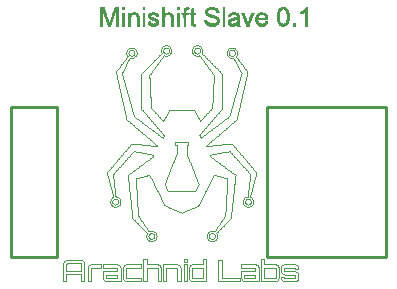
<source format=gto>
G04 DipTrace 2.3.1.0*
%INminishift_TopSilk.gto*%
%MOIN*%
%ADD10C,0.0098*%
%ADD12C,0.003*%
%ADD29C,0.004*%
%FSLAX44Y44*%
G04*
G70*
G90*
G75*
G01*
%LNTopSilk*%
%LPD*%
X5486Y7736D2*
D10*
X3951D1*
Y12736D1*
X5486D1*
Y7736D1*
X16463Y12736D2*
X12486D1*
Y7736D1*
X16463D1*
Y12736D1*
X9124Y14796D2*
D29*
X9091Y14793D1*
X9059Y14783D1*
X9029Y14767D1*
X9002Y14746D1*
X8981Y14719D1*
X8965Y14689D1*
X8955Y14657D1*
X8951Y14623D1*
X8954Y14593D1*
X8962Y14564D1*
X8975Y14537D1*
X8950Y14513D1*
X8927Y14489D1*
X8903Y14464D1*
X8878Y14440D1*
X8855Y14415D1*
X8830Y14391D1*
X8806Y14367D1*
X8783Y14342D1*
X8758Y14318D1*
X8734Y14293D1*
X8710Y14269D1*
X8686Y14245D1*
X8662Y14221D1*
X8638Y14197D1*
X8614Y14172D1*
X8590Y14148D1*
X8566Y14123D1*
X8542Y14099D1*
X8518Y14075D1*
X8493Y14050D1*
X8470Y14026D1*
X8446Y14001D1*
X8421Y13977D1*
X8398Y13953D1*
X8373Y13928D1*
X8349Y13904D1*
X8326Y13879D1*
X8301Y13855D1*
Y13820D1*
Y13787D1*
Y13752D1*
Y13717D1*
Y13683D1*
Y13648D1*
Y13614D1*
Y13580D1*
Y13545D1*
Y13510D1*
Y13476D1*
Y13441D1*
Y13407D1*
Y13373D1*
Y13338D1*
Y13303D1*
Y13269D1*
Y13235D1*
Y13200D1*
Y13166D1*
Y13131D1*
Y13096D1*
Y13062D1*
Y13028D1*
Y12993D1*
Y12959D1*
Y12924D1*
Y12889D1*
Y12855D1*
Y12821D1*
Y12786D1*
Y12752D1*
Y12717D1*
Y12682D1*
X8323Y12656D1*
X8346Y12630D1*
X8368Y12604D1*
X8391Y12578D1*
X8413Y12552D1*
X8435Y12527D1*
X8457Y12500D1*
X8479Y12474D1*
X8502Y12448D1*
X8524Y12422D1*
X8546Y12396D1*
X8569Y12370D1*
X8591Y12343D1*
X8613Y12317D1*
X8635Y12291D1*
X8657Y12265D1*
X8680Y12239D1*
X8702Y12213D1*
X8725Y12187D1*
X8747Y12161D1*
X8769Y12135D1*
X8791Y12109D1*
X8813Y12083D1*
X8836Y12057D1*
X8858Y12031D1*
X8881Y12005D1*
X8903Y11978D1*
X8925Y11952D1*
X8947Y11926D1*
X8969Y11900D1*
X8992Y11874D1*
X9014Y11848D1*
X9036Y11821D1*
X9059Y11795D1*
X9041Y11769D1*
X9024Y11742D1*
X9007Y11715D1*
X8979Y11736D1*
X8950Y11758D1*
X8922Y11778D1*
X8894Y11799D1*
X8866Y11821D1*
X8838Y11842D1*
X8810Y11862D1*
X8782Y11884D1*
X8754Y11905D1*
X8725Y11926D1*
X8697Y11947D1*
X8670Y11968D1*
X8642Y11989D1*
X8613Y12010D1*
X8585Y12031D1*
X8557Y12052D1*
X8529Y12073D1*
X8500Y12094D1*
X8473Y12116D1*
X8445Y12136D1*
X8417Y12157D1*
X8388Y12179D1*
X8360Y12200D1*
X8332Y12221D1*
X8305Y12242D1*
X8276Y12263D1*
X8248Y12284D1*
X8220Y12305D1*
X8192Y12326D1*
X8163Y12347D1*
X8135Y12368D1*
X8108Y12390D1*
X8080Y12410D1*
X8051Y12431D1*
X8042Y12465D1*
X8032Y12498D1*
X8022Y12531D1*
X8013Y12564D1*
X8003Y12598D1*
X7994Y12631D1*
X7985Y12664D1*
X7975Y12698D1*
X7966Y12731D1*
X7956Y12764D1*
X7946Y12798D1*
X7937Y12831D1*
X7927Y12864D1*
X7918Y12898D1*
X7909Y12931D1*
X7898Y12964D1*
X7889Y12998D1*
X7880Y13031D1*
X7870Y13064D1*
X7861Y13098D1*
X7851Y13131D1*
X7841Y13164D1*
X7832Y13198D1*
X7822Y13231D1*
X7813Y13264D1*
X7804Y13298D1*
X7794Y13331D1*
X7784Y13364D1*
X7775Y13398D1*
X7765Y13431D1*
X7756Y13464D1*
X7746Y13498D1*
X7737Y13531D1*
X7727Y13564D1*
X7717Y13598D1*
X7708Y13631D1*
X7699Y13664D1*
X7689Y13698D1*
X7680Y13731D1*
X7670Y13764D1*
X7660Y13798D1*
X7651Y13831D1*
X7641Y13864D1*
X7658Y13894D1*
X7673Y13925D1*
X7690Y13956D1*
X7706Y13986D1*
X7722Y14017D1*
X7739Y14048D1*
X7754Y14078D1*
X7771Y14109D1*
X7786Y14140D1*
X7803Y14171D1*
X7818Y14201D1*
X7835Y14232D1*
X7851Y14263D1*
X7867Y14293D1*
X7884Y14324D1*
X7899Y14355D1*
X7916Y14385D1*
X7942Y14378D1*
X7968Y14376D1*
X8002Y14380D1*
X8035Y14389D1*
X8065Y14406D1*
X8091Y14427D1*
X8112Y14453D1*
X8127Y14483D1*
X8138Y14516D1*
X8141Y14549D1*
X8138Y14583D1*
X8127Y14615D1*
X8112Y14645D1*
X8091Y14672D1*
X8065Y14693D1*
X8035Y14709D1*
X8002Y14719D1*
X7968Y14722D1*
X7935Y14719D1*
X7902Y14709D1*
X7873Y14693D1*
X7846Y14672D1*
X7825Y14645D1*
X7809Y14615D1*
X7799Y14583D1*
X7796Y14549D1*
X7798Y14518D1*
X7808Y14487D1*
X7822Y14459D1*
X7840Y14433D1*
X7820Y14407D1*
X7800Y14379D1*
X7779Y14352D1*
X7758Y14324D1*
X7737Y14296D1*
X7717Y14270D1*
X7696Y14242D1*
X7675Y14215D1*
X7655Y14187D1*
X7634Y14160D1*
X7613Y14133D1*
X7592Y14105D1*
X7572Y14078D1*
X7551Y14050D1*
X7530Y14023D1*
X7510Y13996D1*
X7488Y13968D1*
X7468Y13941D1*
X7448Y13913D1*
X7455Y13880D1*
X7463Y13846D1*
X7470Y13812D1*
X7478Y13779D1*
X7485Y13745D1*
X7492Y13711D1*
X7500Y13678D1*
X7508Y13644D1*
X7515Y13610D1*
X7523Y13576D1*
X7531Y13543D1*
X7538Y13509D1*
X7546Y13475D1*
X7553Y13442D1*
X7561Y13408D1*
X7568Y13374D1*
X7575Y13340D1*
X7583Y13306D1*
X7591Y13273D1*
X7598Y13240D1*
X7606Y13206D1*
X7613Y13172D1*
X7621Y13138D1*
X7629Y13104D1*
X7636Y13070D1*
X7644Y13037D1*
X7652Y13003D1*
X7659Y12970D1*
X7666Y12936D1*
X7673Y12902D1*
X7681Y12868D1*
X7689Y12835D1*
X7696Y12801D1*
X7704Y12767D1*
X7712Y12733D1*
X7719Y12700D1*
X7727Y12666D1*
X7735Y12633D1*
X7742Y12599D1*
X7750Y12565D1*
X7757Y12531D1*
X7764Y12497D1*
X7772Y12464D1*
X7779Y12431D1*
X7787Y12397D1*
X7795Y12363D1*
X7802Y12329D1*
X7829Y12306D1*
X7855Y12284D1*
X7882Y12261D1*
X7909Y12238D1*
X7935Y12216D1*
X7961Y12194D1*
X7988Y12171D1*
X8014Y12148D1*
X8041Y12126D1*
X8067Y12103D1*
X8094Y12080D1*
X8120Y12057D1*
X8147Y12035D1*
X8174Y12013D1*
X8199Y11990D1*
X8226Y11967D1*
X8253Y11945D1*
X8279Y11922D1*
X8306Y11899D1*
X8332Y11877D1*
X8359Y11854D1*
X8385Y11832D1*
X8412Y11809D1*
X8439Y11787D1*
X8464Y11764D1*
X8491Y11741D1*
X8518Y11719D1*
X8544Y11696D1*
X8571Y11673D1*
X8598Y11651D1*
X8624Y11629D1*
X8650Y11606D1*
X8677Y11583D1*
X8703Y11560D1*
X8730Y11538D1*
X8756Y11515D1*
X8783Y11492D1*
X8809Y11470D1*
X8836Y11448D1*
X8828Y11437D1*
X8794Y11440D1*
X8760Y11444D1*
X8725Y11447D1*
X8692Y11451D1*
X8657Y11455D1*
X8624Y11458D1*
X8589Y11462D1*
X8555Y11465D1*
X8521Y11469D1*
X8487Y11472D1*
X8453Y11476D1*
X8419Y11479D1*
X8384Y11483D1*
X8351Y11486D1*
X8316Y11490D1*
X8283Y11493D1*
X8248Y11497D1*
X8214Y11501D1*
X8180Y11504D1*
X8146Y11508D1*
X8112Y11511D1*
X8078Y11515D1*
X8043Y11518D1*
X8009Y11522D1*
X7975Y11525D1*
X7953Y11499D1*
X7930Y11473D1*
X7907Y11446D1*
X7884Y11420D1*
X7862Y11393D1*
X7839Y11366D1*
X7816Y11341D1*
X7793Y11314D1*
X7771Y11287D1*
X7748Y11260D1*
X7725Y11234D1*
X7702Y11208D1*
X7680Y11181D1*
X7657Y11155D1*
X7634Y11128D1*
X7612Y11101D1*
X7589Y11075D1*
X7566Y11049D1*
X7543Y11022D1*
X7521Y10996D1*
X7498Y10969D1*
X7475Y10942D1*
X7452Y10916D1*
X7430Y10890D1*
X7407Y10863D1*
X7384Y10837D1*
X7362Y10810D1*
X7339Y10783D1*
X7316Y10757D1*
X7293Y10731D1*
X7271Y10704D1*
X7247Y10677D1*
X7224Y10651D1*
X7202Y10624D1*
X7179Y10598D1*
X7156Y10572D1*
X7158Y10539D1*
X7160Y10506D1*
X7169Y10473D1*
X7178Y10440D1*
X7187Y10408D1*
X7196Y10375D1*
X7205Y10342D1*
X7214Y10309D1*
X7223Y10276D1*
X7232Y10243D1*
X7241Y10210D1*
X7250Y10177D1*
X7259Y10144D1*
X7268Y10111D1*
X7277Y10078D1*
X7286Y10045D1*
X7295Y10012D1*
X7304Y9979D1*
X7313Y9946D1*
X7322Y9913D1*
X7331Y9880D1*
X7340Y9847D1*
X7349Y9815D1*
X7358Y9781D1*
X7367Y9748D1*
X7336Y9733D1*
X7310Y9711D1*
X7287Y9685D1*
X7271Y9655D1*
X7260Y9622D1*
X7256Y9587D1*
X7260Y9553D1*
X7270Y9521D1*
X7286Y9491D1*
X7307Y9465D1*
X7334Y9444D1*
X7364Y9427D1*
X7396Y9418D1*
X7430Y9415D1*
X7463Y9418D1*
X7496Y9427D1*
X7526Y9444D1*
X7552Y9465D1*
X7574Y9491D1*
X7590Y9521D1*
X7600Y9554D1*
X7603Y9587D1*
X7600Y9620D1*
X7590Y9652D1*
X7575Y9681D1*
X7555Y9706D1*
X7530Y9727D1*
X7502Y9744D1*
X7471Y9755D1*
X7438Y9759D1*
X7434Y9793D1*
X7430Y9826D1*
X7427Y9860D1*
X7423Y9893D1*
X7419Y9927D1*
X7415Y9961D1*
X7411Y9994D1*
X7406Y10028D1*
X7402Y10062D1*
X7398Y10095D1*
X7394Y10129D1*
X7391Y10162D1*
X7387Y10195D1*
X7383Y10229D1*
X7379Y10262D1*
X7375Y10296D1*
X7370Y10330D1*
X7366Y10363D1*
X7362Y10397D1*
X7358Y10431D1*
X7354Y10464D1*
X7351Y10498D1*
X7373Y10524D1*
X7397Y10549D1*
X7420Y10575D1*
X7443Y10601D1*
X7466Y10627D1*
X7489Y10653D1*
X7512Y10678D1*
X7536Y10704D1*
X7558Y10730D1*
X7582Y10756D1*
X7605Y10781D1*
X7628Y10807D1*
X7651Y10833D1*
X7674Y10859D1*
X7697Y10884D1*
X7720Y10910D1*
X7743Y10936D1*
X7766Y10962D1*
X7789Y10988D1*
X7812Y11013D1*
X7836Y11039D1*
X7858Y11065D1*
X7882Y11091D1*
X7905Y11116D1*
X7928Y11142D1*
X7951Y11168D1*
X7974Y11194D1*
X7997Y11219D1*
X8021Y11245D1*
X8043Y11271D1*
X8078Y11265D1*
X8112Y11259D1*
X8146Y11252D1*
X8181Y11246D1*
X8215Y11240D1*
X8249Y11234D1*
X8283Y11228D1*
X8318Y11222D1*
X8352Y11215D1*
X8386Y11209D1*
X8421Y11203D1*
X8455Y11196D1*
X8489Y11190D1*
X8523Y11184D1*
X8558Y11178D1*
X8592Y11172D1*
X8626Y11166D1*
X8660Y11159D1*
X8695Y11153D1*
X8689Y11123D1*
X8682Y11092D1*
X8655Y11071D1*
X8627Y11050D1*
X8599Y11030D1*
X8571Y11009D1*
X8543Y10988D1*
X8515Y10967D1*
X8487Y10947D1*
X8459Y10927D1*
X8431Y10906D1*
X8403Y10885D1*
X8376Y10864D1*
X8348Y10844D1*
X8319Y10823D1*
X8292Y10802D1*
X8264Y10782D1*
X8236Y10761D1*
X8208Y10741D1*
X8180Y10720D1*
X8152Y10699D1*
X8124Y10679D1*
X8097Y10658D1*
X8069Y10638D1*
X8040Y10616D1*
X8013Y10596D1*
X7985Y10576D1*
X7957Y10555D1*
X7929Y10534D1*
X7901Y10513D1*
X7873Y10493D1*
X7845Y10472D1*
X7849Y10437D1*
X7853Y10402D1*
X7857Y10368D1*
X7861Y10332D1*
X7865Y10298D1*
X7868Y10263D1*
X7872Y10228D1*
X7876Y10193D1*
X7880Y10158D1*
X7884Y10123D1*
X7887Y10088D1*
X7891Y10054D1*
X7895Y10018D1*
X7899Y9984D1*
X7903Y9949D1*
X7907Y9914D1*
X7910Y9879D1*
X7914Y9844D1*
X7918Y9809D1*
X7922Y9774D1*
X7926Y9740D1*
X7930Y9704D1*
X7934Y9670D1*
X7938Y9635D1*
X7942Y9600D1*
X7945Y9565D1*
X7949Y9530D1*
X7953Y9496D1*
X7956Y9460D1*
X7960Y9426D1*
X7964Y9391D1*
X7968Y9356D1*
X7972Y9321D1*
X7976Y9286D1*
X7980Y9251D1*
X7984Y9216D1*
X7987Y9182D1*
X7991Y9146D1*
X7995Y9112D1*
X7999Y9077D1*
X8003Y9042D1*
X8027Y9016D1*
X8051Y8991D1*
X8076Y8966D1*
X8099Y8941D1*
X8123Y8915D1*
X8148Y8890D1*
X8172Y8865D1*
X8196Y8839D1*
X8221Y8813D1*
X8245Y8788D1*
X8269Y8763D1*
X8293Y8738D1*
X8317Y8713D1*
X8341Y8687D1*
X8366Y8662D1*
X8390Y8636D1*
X8414Y8611D1*
X8438Y8586D1*
X8462Y8560D1*
X8486Y8535D1*
X8472Y8507D1*
X8463Y8477D1*
X8460Y8444D1*
X8464Y8411D1*
X8473Y8378D1*
X8489Y8348D1*
X8511Y8322D1*
X8537Y8301D1*
X8567Y8285D1*
X8599Y8275D1*
X8633Y8272D1*
X8667Y8275D1*
X8700Y8285D1*
X8729Y8301D1*
X8755Y8322D1*
X8777Y8348D1*
X8793Y8378D1*
X8803Y8411D1*
X8806Y8444D1*
X8803Y8478D1*
X8793Y8510D1*
X8777Y8540D1*
X8755Y8566D1*
X8729Y8588D1*
X8699Y8603D1*
X8667Y8614D1*
X8633Y8617D1*
X8604Y8614D1*
X8576Y8606D1*
X8549Y8595D1*
X8530Y8622D1*
X8511Y8650D1*
X8492Y8678D1*
X8473Y8706D1*
X8453Y8733D1*
X8435Y8762D1*
X8415Y8789D1*
X8396Y8817D1*
X8377Y8845D1*
X8358Y8872D1*
X8339Y8900D1*
X8319Y8928D1*
X8301Y8956D1*
X8282Y8983D1*
X8262Y9011D1*
X8243Y9039D1*
X8224Y9067D1*
X8205Y9094D1*
X8185Y9123D1*
X8184Y9157D1*
X8182Y9191D1*
X8180Y9226D1*
X8178Y9260D1*
X8176Y9294D1*
X8174Y9329D1*
X8172Y9364D1*
X8170Y9397D1*
X8169Y9432D1*
X8167Y9467D1*
X8165Y9500D1*
X8163Y9535D1*
X8161Y9570D1*
X8159Y9604D1*
X8157Y9638D1*
X8156Y9673D1*
X8153Y9707D1*
X8152Y9741D1*
X8149Y9776D1*
X8148Y9811D1*
X8146Y9845D1*
X8144Y9879D1*
X8142Y9914D1*
X8140Y9948D1*
X8138Y9982D1*
X8136Y10017D1*
X8134Y10051D1*
X8133Y10086D1*
X8130Y10120D1*
X8129Y10154D1*
X8127Y10189D1*
X8125Y10223D1*
X8123Y10258D1*
X8121Y10292D1*
X8120Y10327D1*
X8117Y10361D1*
X8149Y10370D1*
X8181Y10379D1*
X8214Y10387D1*
X8246Y10396D1*
X8278Y10405D1*
X8309Y10414D1*
X8341Y10423D1*
X8373Y10432D1*
X8406Y10440D1*
X8438Y10449D1*
X8470Y10458D1*
X8502Y10467D1*
X8534Y10476D1*
X8566Y10484D1*
X8581Y10454D1*
X8597Y10422D1*
X8613Y10391D1*
X8628Y10361D1*
X8643Y10329D1*
X8659Y10299D1*
X8674Y10267D1*
X8690Y10236D1*
X8706Y10205D1*
X8721Y10174D1*
X8736Y10143D1*
X8752Y10112D1*
X8768Y10081D1*
X8783Y10050D1*
X8799Y10019D1*
X8814Y9988D1*
X8830Y9957D1*
X8845Y9926D1*
X8861Y9895D1*
X8877Y9864D1*
X8892Y9833D1*
X8907Y9802D1*
X8923Y9771D1*
X8939Y9740D1*
X8954Y9709D1*
X8969Y9678D1*
X8985Y9647D1*
X9001Y9616D1*
X9016Y9585D1*
X9032Y9554D1*
X9047Y9523D1*
X9063Y9492D1*
X9078Y9460D1*
X9110Y9447D1*
X9141Y9433D1*
X9172Y9419D1*
X9204Y9405D1*
X9235Y9392D1*
X9266Y9378D1*
X9297Y9364D1*
X9328Y9350D1*
X9360Y9336D1*
X9391Y9323D1*
X9422Y9308D1*
X9454Y9294D1*
X9485Y9281D1*
X9516Y9267D1*
X9548Y9253D1*
X9579Y9239D1*
X9610Y9226D1*
X9641Y9212D1*
X9672Y9226D1*
X9704Y9239D1*
X9735Y9253D1*
X9766Y9267D1*
X9798Y9281D1*
X9828Y9294D1*
X9860Y9308D1*
X9891Y9323D1*
X9922Y9336D1*
X9954Y9350D1*
X9984Y9364D1*
X10016Y9378D1*
X10047Y9392D1*
X10078Y9405D1*
X10110Y9419D1*
X10141Y9433D1*
X10172Y9447D1*
X10203Y9460D1*
X10219Y9492D1*
X10234Y9523D1*
X10250Y9554D1*
X10266Y9585D1*
X10281Y9615D1*
X10296Y9647D1*
X10312Y9678D1*
X10328Y9709D1*
X10343Y9740D1*
X10358Y9771D1*
X10374Y9802D1*
X10390Y9833D1*
X10405Y9864D1*
X10421Y9895D1*
X10436Y9926D1*
X10452Y9957D1*
X10467Y9988D1*
X10483Y10019D1*
X10499Y10050D1*
X10513Y10081D1*
X10529Y10112D1*
X10545Y10143D1*
X10560Y10174D1*
X10576Y10205D1*
X10592Y10236D1*
X10607Y10267D1*
X10622Y10299D1*
X10638Y10329D1*
X10654Y10360D1*
X10669Y10391D1*
X10684Y10422D1*
X10700Y10454D1*
X10716Y10484D1*
X10599Y11093D2*
X10593Y11123D1*
X10587Y11153D1*
X10621Y11159D1*
X10655Y11166D1*
X10690Y11172D1*
X10724Y11178D1*
X10758Y11184D1*
X10793Y11190D1*
X10827Y11196D1*
X10862Y11203D1*
X10896Y11209D1*
X10930Y11215D1*
X10964Y11222D1*
X10999Y11228D1*
X11033Y11234D1*
X11068Y11240D1*
X11102Y11246D1*
X11136Y11252D1*
X11170Y11259D1*
X11205Y11265D1*
X11239Y11271D1*
X11262Y11245D1*
X11286Y11219D1*
X11308Y11194D1*
X11332Y11168D1*
X11355Y11142D1*
X11378Y11116D1*
X11401Y11090D1*
X11424Y11065D1*
X11447Y11039D1*
X11470Y11013D1*
X11493Y10987D1*
X11516Y10962D1*
X11540Y10936D1*
X11562Y10910D1*
X11586Y10884D1*
X11609Y10859D1*
X11632Y10833D1*
X11655Y10807D1*
X11678Y10781D1*
X11701Y10756D1*
X11725Y10730D1*
X11747Y10704D1*
X11771Y10678D1*
X11794Y10653D1*
X11817Y10627D1*
X11840Y10601D1*
X11863Y10575D1*
X11886Y10549D1*
X11909Y10524D1*
X11932Y10498D1*
X11928Y10464D1*
X11924Y10431D1*
X11921Y10397D1*
X11916Y10363D1*
X11912Y10330D1*
X11908Y10296D1*
X11904Y10262D1*
X11900Y10229D1*
X11896Y10195D1*
X11892Y10162D1*
X11888Y10129D1*
X11884Y10095D1*
X11880Y10062D1*
X11876Y10028D1*
X11872Y9994D1*
X11868Y9961D1*
X11864Y9927D1*
X11860Y9893D1*
X11856Y9860D1*
X11852Y9826D1*
X11848Y9793D1*
X11844Y9759D1*
X11812Y9755D1*
X11781Y9744D1*
X11752Y9728D1*
X11728Y9706D1*
X11707Y9681D1*
X11692Y9652D1*
X11683Y9620D1*
X11680Y9587D1*
X11683Y9554D1*
X11693Y9521D1*
X11709Y9491D1*
X11731Y9465D1*
X11757Y9444D1*
X11786Y9427D1*
X11819Y9418D1*
X11853Y9415D1*
X11887Y9418D1*
X11919Y9427D1*
X11949Y9444D1*
X11975Y9465D1*
X11996Y9492D1*
X12012Y9522D1*
X12022Y9554D1*
X12025Y9587D1*
X12022Y9622D1*
X12011Y9655D1*
X11995Y9685D1*
X11973Y9711D1*
X11946Y9733D1*
X11916Y9748D1*
X11924Y9781D1*
X11934Y9815D1*
X11942Y9847D1*
X11952Y9880D1*
X11960Y9913D1*
X11970Y9946D1*
X11979Y9979D1*
X11988Y10012D1*
X11997Y10045D1*
X12006Y10078D1*
X12015Y10110D1*
X12024Y10143D1*
X12033Y10177D1*
X12042Y10210D1*
X12051Y10243D1*
X12060Y10276D1*
X12069Y10309D1*
X12078Y10342D1*
X12087Y10375D1*
X12096Y10408D1*
X12105Y10440D1*
X12114Y10473D1*
X12123Y10506D1*
X12124Y10539D1*
X12126Y10572D1*
X12103Y10598D1*
X12080Y10624D1*
X12058Y10651D1*
X12035Y10678D1*
X12012Y10704D1*
X11990Y10731D1*
X11967Y10757D1*
X11944Y10783D1*
X11921Y10810D1*
X11899Y10837D1*
X11876Y10863D1*
X11853Y10890D1*
X11830Y10916D1*
X11808Y10942D1*
X11785Y10969D1*
X11762Y10996D1*
X11739Y11022D1*
X11717Y11049D1*
X11694Y11075D1*
X11671Y11101D1*
X11649Y11128D1*
X11626Y11155D1*
X11603Y11181D1*
X11580Y11208D1*
X11558Y11234D1*
X11535Y11260D1*
X11512Y11287D1*
X11489Y11314D1*
X11467Y11341D1*
X11444Y11366D1*
X11421Y11393D1*
X11398Y11420D1*
X11376Y11446D1*
X11353Y11473D1*
X11330Y11499D1*
X11308Y11525D1*
X11273Y11522D1*
X11239Y11518D1*
X11205Y11515D1*
X11171Y11511D1*
X11137Y11508D1*
X11102Y11504D1*
X11068Y11501D1*
X11034Y11497D1*
X11000Y11493D1*
X10966Y11490D1*
X10931Y11486D1*
X10898Y11483D1*
X10863Y11479D1*
X10829Y11476D1*
X10795Y11472D1*
X10761Y11469D1*
X10727Y11465D1*
X10692Y11462D1*
X10658Y11458D1*
X10624Y11455D1*
X10590Y11451D1*
X10556Y11448D1*
X10522Y11444D1*
X10488Y11440D1*
X10453Y11437D1*
X10447Y11448D1*
X10473Y11470D1*
X10500Y11492D1*
X10526Y11515D1*
X10553Y11538D1*
X10579Y11561D1*
X10606Y11583D1*
X10633Y11606D1*
X10658Y11629D1*
X10685Y11651D1*
X10712Y11673D1*
X10738Y11696D1*
X10765Y11719D1*
X10791Y11741D1*
X10818Y11764D1*
X10844Y11787D1*
X10871Y11809D1*
X10898Y11832D1*
X10923Y11854D1*
X10950Y11877D1*
X10977Y11899D1*
X11003Y11922D1*
X11030Y11945D1*
X11057Y11967D1*
X11083Y11990D1*
X11109Y12013D1*
X11136Y12035D1*
X11163Y12057D1*
X11189Y12080D1*
X11215Y12103D1*
X11242Y12126D1*
X11268Y12148D1*
X11295Y12171D1*
X11322Y12194D1*
X11348Y12216D1*
X11374Y12238D1*
X11401Y12261D1*
X11427Y12284D1*
X11454Y12306D1*
X11481Y12329D1*
X11488Y12363D1*
X11496Y12397D1*
X11503Y12431D1*
X11511Y12464D1*
X11518Y12497D1*
X11525Y12531D1*
X11533Y12565D1*
X11541Y12599D1*
X11548Y12633D1*
X11556Y12666D1*
X11564Y12700D1*
X11571Y12733D1*
X11579Y12767D1*
X11586Y12801D1*
X11594Y12835D1*
X11601Y12869D1*
X11609Y12902D1*
X11616Y12936D1*
X11624Y12970D1*
X11631Y13003D1*
X11639Y13037D1*
X11646Y13071D1*
X11654Y13104D1*
X11662Y13138D1*
X11669Y13172D1*
X11677Y13206D1*
X11685Y13240D1*
X11692Y13273D1*
X11699Y13306D1*
X11707Y13340D1*
X11714Y13374D1*
X11722Y13408D1*
X11729Y13442D1*
X11737Y13475D1*
X11745Y13509D1*
X11752Y13543D1*
X11760Y13576D1*
X11768Y13610D1*
X11775Y13644D1*
X11783Y13678D1*
X11790Y13711D1*
X11797Y13745D1*
X11805Y13779D1*
X11812Y13812D1*
X11820Y13846D1*
X11828Y13880D1*
X11835Y13913D1*
X11815Y13941D1*
X11794Y13968D1*
X11773Y13996D1*
X11753Y14023D1*
X11732Y14050D1*
X11711Y14078D1*
X11690Y14105D1*
X11670Y14133D1*
X11649Y14160D1*
X11628Y14187D1*
X11608Y14215D1*
X11587Y14242D1*
X11566Y14270D1*
X11545Y14296D1*
X11525Y14324D1*
X11504Y14352D1*
X11483Y14379D1*
X11463Y14407D1*
X11442Y14433D1*
X11461Y14459D1*
X11475Y14487D1*
X11484Y14518D1*
X11487Y14549D1*
X11484Y14583D1*
X11474Y14615D1*
X11458Y14645D1*
X11436Y14672D1*
X11410Y14693D1*
X11380Y14710D1*
X11348Y14719D1*
X11314Y14722D1*
X11280Y14719D1*
X11248Y14709D1*
X11218Y14693D1*
X11192Y14672D1*
X11171Y14645D1*
X11155Y14615D1*
X11145Y14583D1*
X11142Y14549D1*
X11145Y14516D1*
X11155Y14483D1*
X11171Y14453D1*
X11192Y14427D1*
X11218Y14406D1*
X11248Y14389D1*
X11280Y14380D1*
X11314Y14377D1*
X11340Y14379D1*
X11367Y14385D1*
X11383Y14355D1*
X11399Y14324D1*
X11416Y14293D1*
X11431Y14263D1*
X11448Y14232D1*
X11464Y14201D1*
X11480Y14171D1*
X11496Y14140D1*
X11512Y14109D1*
X11529Y14078D1*
X11544Y14048D1*
X11561Y14017D1*
X11576Y13986D1*
X11593Y13956D1*
X11609Y13925D1*
X11625Y13894D1*
X11641Y13864D1*
X11632Y13831D1*
X11623Y13798D1*
X11612Y13764D1*
X11603Y13731D1*
X11594Y13698D1*
X11584Y13665D1*
X11575Y13631D1*
X11565Y13598D1*
X11555Y13565D1*
X11546Y13531D1*
X11536Y13498D1*
X11527Y13465D1*
X11518Y13431D1*
X11508Y13398D1*
X11498Y13365D1*
X11489Y13331D1*
X11479Y13298D1*
X11470Y13265D1*
X11460Y13231D1*
X11451Y13198D1*
X11441Y13165D1*
X11431Y13131D1*
X11422Y13098D1*
X11413Y13065D1*
X11403Y13031D1*
X11394Y12998D1*
X11384Y12965D1*
X11374Y12931D1*
X11365Y12898D1*
X11355Y12865D1*
X11346Y12831D1*
X11337Y12798D1*
X11326Y12765D1*
X11317Y12731D1*
X11308Y12698D1*
X11298Y12665D1*
X11289Y12631D1*
X11279Y12598D1*
X11270Y12565D1*
X11260Y12531D1*
X11250Y12498D1*
X11241Y12465D1*
X11231Y12431D1*
X11203Y12411D1*
X11175Y12390D1*
X11147Y12368D1*
X11119Y12347D1*
X11090Y12326D1*
X11063Y12305D1*
X11035Y12284D1*
X11007Y12263D1*
X10978Y12242D1*
X10950Y12221D1*
X10922Y12200D1*
X10894Y12179D1*
X10865Y12157D1*
X10837Y12136D1*
X10810Y12116D1*
X10782Y12094D1*
X10753Y12073D1*
X10725Y12052D1*
X10697Y12031D1*
X10669Y12010D1*
X10640Y11989D1*
X10612Y11968D1*
X10585Y11947D1*
X10557Y11926D1*
X10528Y11905D1*
X10500Y11884D1*
X10472Y11863D1*
X10444Y11842D1*
X10415Y11821D1*
X10387Y11799D1*
X10359Y11778D1*
X10331Y11758D1*
X10303Y11736D1*
X10275Y11715D1*
X10258Y11742D1*
X10241Y11769D1*
X10224Y11795D1*
X10246Y11821D1*
X10269Y11848D1*
X10291Y11874D1*
X10314Y11900D1*
X10336Y11926D1*
X10357Y11952D1*
X10380Y11978D1*
X10402Y12005D1*
X10425Y12031D1*
X10447Y12057D1*
X10469Y12083D1*
X10492Y12109D1*
X10513Y12135D1*
X10536Y12161D1*
X10558Y12187D1*
X10581Y12213D1*
X10603Y12239D1*
X10625Y12265D1*
X10648Y12291D1*
X10669Y12317D1*
X10692Y12343D1*
X10714Y12370D1*
X10736Y12396D1*
X10759Y12422D1*
X10781Y12448D1*
X10803Y12474D1*
X10825Y12500D1*
X10847Y12527D1*
X10870Y12552D1*
X10892Y12578D1*
X10915Y12604D1*
X10937Y12630D1*
X10959Y12656D1*
X10981Y12682D1*
Y12717D1*
Y12752D1*
Y12786D1*
Y12821D1*
Y12855D1*
Y12889D1*
Y12924D1*
Y12959D1*
Y12993D1*
Y13028D1*
Y13062D1*
Y13096D1*
Y13131D1*
Y13166D1*
Y13200D1*
Y13235D1*
Y13269D1*
Y13303D1*
Y13338D1*
Y13373D1*
Y13407D1*
Y13441D1*
Y13476D1*
Y13510D1*
Y13545D1*
Y13580D1*
Y13614D1*
Y13648D1*
Y13683D1*
Y13717D1*
Y13752D1*
Y13787D1*
Y13820D1*
Y13855D1*
X10957Y13879D1*
X10933Y13904D1*
X10909Y13928D1*
X10885Y13953D1*
X10861Y13977D1*
X10837Y14001D1*
X10813Y14026D1*
X10789Y14050D1*
X10765Y14075D1*
X10741Y14099D1*
X10716Y14123D1*
X10693Y14148D1*
X10669Y14172D1*
X10644Y14197D1*
X10621Y14221D1*
X10597Y14245D1*
X10572Y14269D1*
X10549Y14293D1*
X10524Y14318D1*
X10500Y14342D1*
X10477Y14367D1*
X10452Y14391D1*
X10428Y14415D1*
X10405Y14440D1*
X10380Y14464D1*
X10356Y14489D1*
X10332Y14513D1*
X10308Y14537D1*
X10321Y14564D1*
X10328Y14593D1*
X10331Y14623D1*
X10328Y14657D1*
X10318Y14689D1*
X10302Y14719D1*
X10281Y14746D1*
X10254Y14767D1*
X10224Y14783D1*
X10192Y14793D1*
X10158Y14796D1*
X10125Y14793D1*
X10092Y14783D1*
X10062Y14767D1*
X10036Y14745D1*
X10015Y14719D1*
X9999Y14689D1*
X9990Y14657D1*
X9986Y14623D1*
X9990Y14589D1*
X9999Y14557D1*
X10015Y14527D1*
X10036Y14501D1*
X10063Y14479D1*
X10093Y14463D1*
X10125Y14454D1*
X10158Y14450D1*
X10185Y14452D1*
X10211Y14459D1*
X10235Y14469D1*
X10256Y14441D1*
X10275Y14413D1*
X10296Y14385D1*
X10316Y14357D1*
X10336Y14329D1*
X10356Y14301D1*
X10376Y14273D1*
X10396Y14245D1*
X10415Y14217D1*
X10436Y14189D1*
X10456Y14161D1*
X10476Y14134D1*
X10496Y14105D1*
X10516Y14078D1*
X10536Y14049D1*
X10557Y14022D1*
X10576Y13993D1*
X10597Y13966D1*
X10616Y13938D1*
X10637Y13910D1*
X10657Y13882D1*
X10677Y13853D1*
X10697Y13826D1*
X10716Y13798D1*
X10715Y13763D1*
X10713Y13727D1*
X10711Y13692D1*
X10709Y13657D1*
X10708Y13622D1*
X10706Y13587D1*
X10704Y13552D1*
X10702Y13517D1*
X10700Y13481D1*
X10698Y13447D1*
X10696Y13411D1*
X10695Y13376D1*
X10693Y13341D1*
X10691Y13306D1*
X10689Y13270D1*
X10687Y13236D1*
X10685Y13200D1*
X10684Y13165D1*
X10682Y13130D1*
X10680Y13095D1*
X10678Y13059D1*
X10677Y13025D1*
X10674Y12989D1*
X10673Y12954D1*
X10670Y12919D1*
X10669Y12884D1*
X10667Y12848D1*
X10665Y12814D1*
X10663Y12778D1*
X10662Y12743D1*
X10659Y12708D1*
X10636Y12682D1*
X10611Y12656D1*
X10588Y12631D1*
X10564Y12605D1*
X10540Y12580D1*
X10516Y12554D1*
X10492Y12528D1*
X10468Y12503D1*
X10444Y12477D1*
X10420Y12452D1*
X10397Y12426D1*
X10372Y12400D1*
X10349Y12375D1*
X10325Y12349D1*
X10301Y12323D1*
X10277Y12297D1*
X10253Y12272D1*
X10237Y12301D1*
X10220Y12331D1*
X10205Y12361D1*
X10188Y12391D1*
X10172Y12421D1*
X10156Y12451D1*
X10140Y12481D1*
X10124Y12512D1*
X10107Y12541D1*
X10091Y12571D1*
X10075Y12601D1*
X10059Y12631D1*
X10058Y12637D1*
X10024D1*
X9988D1*
X9954D1*
X9919D1*
X9885D1*
X9850D1*
X9816D1*
X9781D1*
X9746D1*
X9712D1*
X9677D1*
X9643D1*
X9608D1*
X9573D1*
X9538D1*
X9504D1*
X9469D1*
X9435D1*
X9400D1*
X9365D1*
X9331D1*
X9296D1*
X9262D1*
X9227D1*
X9211Y12607D1*
X9194Y12576D1*
X9178Y12546D1*
X9161Y12515D1*
X9145Y12485D1*
X9128Y12454D1*
X9112Y12423D1*
X9095Y12393D1*
X9079Y12362D1*
X9063Y12332D1*
X9046Y12301D1*
X9030Y12271D1*
X9006Y12297D1*
X8982Y12322D1*
X8958Y12348D1*
X8934Y12374D1*
X8910Y12399D1*
X8886Y12425D1*
X8863Y12451D1*
X8838Y12476D1*
X8815Y12502D1*
X8791Y12528D1*
X8767Y12553D1*
X8743Y12579D1*
X8719Y12605D1*
X8695Y12631D1*
X8671Y12656D1*
X8647Y12682D1*
X8623Y12708D1*
X8621Y12743D1*
X8620Y12778D1*
X8617Y12814D1*
X8616Y12848D1*
X8614Y12884D1*
X8612Y12919D1*
X8610Y12954D1*
X8609Y12989D1*
X8606Y13025D1*
X8605Y13059D1*
X8603Y13095D1*
X8601Y13130D1*
X8599Y13165D1*
X8597Y13200D1*
X8595Y13236D1*
X8594Y13270D1*
X8591Y13306D1*
X8590Y13341D1*
X8588Y13376D1*
X8586Y13411D1*
X8584Y13447D1*
X8583Y13481D1*
X8580Y13517D1*
X8579Y13552D1*
X8577Y13587D1*
X8575Y13622D1*
X8573Y13657D1*
X8571Y13692D1*
X8569Y13727D1*
X8568Y13763D1*
X8566Y13798D1*
X8586Y13826D1*
X8606Y13854D1*
X8626Y13882D1*
X8646Y13910D1*
X8666Y13938D1*
X8686Y13966D1*
X8707Y13993D1*
X8726Y14022D1*
X8747Y14049D1*
X8766Y14078D1*
X8787Y14105D1*
X8807Y14134D1*
X8827Y14161D1*
X8847Y14189D1*
X8867Y14217D1*
X8887Y14245D1*
X8907Y14274D1*
X8927Y14301D1*
X8947Y14330D1*
X8967Y14357D1*
X8987Y14385D1*
X9008Y14413D1*
X9027Y14441D1*
X9048Y14469D1*
X9072Y14459D1*
X9098Y14452D1*
X9124Y14450D1*
X9158Y14454D1*
X9190Y14463D1*
X9220Y14479D1*
X9247Y14501D1*
X9268Y14527D1*
X9284Y14557D1*
X9293Y14589D1*
X9296Y14623D1*
X9293Y14657D1*
X9284Y14689D1*
X9268Y14719D1*
X9247Y14746D1*
X9220Y14767D1*
X9190Y14783D1*
X9158Y14793D1*
X9124Y14796D1*
X10709Y10484D2*
X10742Y10476D1*
X10774Y10467D1*
X10807Y10458D1*
X10840Y10449D1*
X10872Y10440D1*
X10905Y10432D1*
X10938Y10423D1*
X10970Y10414D1*
X11003Y10405D1*
X11035Y10396D1*
X11068Y10387D1*
X11101Y10379D1*
X11133Y10370D1*
X11166Y10361D1*
X11163Y10327D1*
X11162Y10292D1*
X11159Y10258D1*
X11158Y10223D1*
X11155Y10189D1*
X11154Y10154D1*
X11152Y10120D1*
X11150Y10086D1*
X11148Y10051D1*
X11146Y10017D1*
X11144Y9982D1*
X11142Y9948D1*
X11141Y9914D1*
X11139Y9879D1*
X11137Y9845D1*
X11135Y9811D1*
X11133Y9776D1*
X11131Y9741D1*
X11130Y9707D1*
X11127Y9673D1*
X11126Y9638D1*
X11123Y9604D1*
X11122Y9570D1*
X11119Y9535D1*
X11118Y9501D1*
X11116Y9467D1*
X11114Y9432D1*
X11112Y9397D1*
X11110Y9364D1*
X11108Y9329D1*
X11106Y9294D1*
X11105Y9260D1*
X11103Y9226D1*
X11101Y9191D1*
X11099Y9157D1*
X11097Y9123D1*
X11078Y9094D1*
X11059Y9067D1*
X11039Y9039D1*
X11021Y9011D1*
X11001Y8983D1*
X10982Y8956D1*
X10963Y8928D1*
X10944Y8900D1*
X10925Y8872D1*
X10905Y8845D1*
X10887Y8817D1*
X10867Y8789D1*
X10848Y8762D1*
X10829Y8733D1*
X10810Y8706D1*
X10791Y8678D1*
X10771Y8651D1*
X10753Y8622D1*
X10733Y8595D1*
X10707Y8606D1*
X10679Y8614D1*
X10650Y8617D1*
X10616Y8614D1*
X10583Y8604D1*
X10553Y8588D1*
X10528Y8566D1*
X10506Y8540D1*
X10490Y8510D1*
X10480Y8478D1*
X10477Y8444D1*
X10480Y8411D1*
X10490Y8378D1*
X10506Y8348D1*
X10528Y8322D1*
X10553Y8301D1*
X10583Y8285D1*
X10616Y8275D1*
X10650Y8272D1*
X10684Y8275D1*
X10716Y8285D1*
X10745Y8301D1*
X10771Y8322D1*
X10793Y8349D1*
X10808Y8379D1*
X10818Y8411D1*
X10822Y8444D1*
X10818Y8477D1*
X10811Y8507D1*
X10796Y8535D1*
X10820Y8561D1*
X10844Y8586D1*
X10869Y8611D1*
X10893Y8636D1*
X10917Y8662D1*
X10941Y8688D1*
X10966Y8713D1*
X10990Y8738D1*
X11014Y8763D1*
X11038Y8788D1*
X11062Y8814D1*
X11086Y8839D1*
X11111Y8865D1*
X11135Y8890D1*
X11159Y8915D1*
X11183Y8941D1*
X11207Y8966D1*
X11231Y8991D1*
X11256Y9016D1*
X11280Y9042D1*
X11284Y9077D1*
X11288Y9112D1*
X11291Y9146D1*
X11295Y9182D1*
X11299Y9216D1*
X11303Y9251D1*
X11307Y9286D1*
X11311Y9321D1*
X11315Y9356D1*
X11319Y9391D1*
X11322Y9426D1*
X11326Y9460D1*
X11329Y9496D1*
X11333Y9530D1*
X11337Y9565D1*
X11341Y9600D1*
X11345Y9635D1*
X11349Y9670D1*
X11353Y9705D1*
X11357Y9740D1*
X11361Y9774D1*
X11365Y9810D1*
X11369Y9844D1*
X11372Y9879D1*
X11376Y9914D1*
X11380Y9949D1*
X11384Y9984D1*
X11387Y10019D1*
X11391Y10054D1*
X11395Y10088D1*
X11399Y10124D1*
X11403Y10158D1*
X11407Y10193D1*
X11410Y10228D1*
X11414Y10263D1*
X11418Y10298D1*
X11422Y10332D1*
X11426Y10368D1*
X11430Y10402D1*
X11434Y10437D1*
X11438Y10472D1*
X11409Y10493D1*
X11381Y10513D1*
X11354Y10535D1*
X11326Y10555D1*
X11297Y10576D1*
X11270Y10596D1*
X11242Y10617D1*
X11213Y10638D1*
X11186Y10658D1*
X11158Y10679D1*
X11130Y10700D1*
X11102Y10720D1*
X11074Y10741D1*
X11046Y10762D1*
X11018Y10783D1*
X10990Y10803D1*
X10963Y10823D1*
X10934Y10845D1*
X10906Y10865D1*
X10879Y10886D1*
X10851Y10907D1*
X10822Y10927D1*
X10795Y10948D1*
X10767Y10968D1*
X10738Y10990D1*
X10711Y11010D1*
X10683Y11030D1*
X10655Y11052D1*
X10627Y11072D1*
X10599Y11093D1*
X9124Y14722D2*
X9154Y14718D1*
X9182Y14703D1*
X9204Y14681D1*
X9219Y14654D1*
X9224Y14623D1*
X9219Y14592D1*
X9204Y14564D1*
X9182Y14542D1*
X9154Y14528D1*
X9124Y14523D1*
X9092Y14528D1*
X9065Y14542D1*
X9043Y14565D1*
X9029Y14592D1*
X9024Y14623D1*
X9029Y14654D1*
X9043Y14681D1*
X9065Y14703D1*
X9093Y14718D1*
X9124Y14722D1*
X10158D2*
X10189Y14718D1*
X10217Y14703D1*
X10239Y14681D1*
X10253Y14654D1*
X10259Y14623D1*
X10253Y14592D1*
X10239Y14564D1*
X10217Y14542D1*
X10189Y14528D1*
X10158Y14523D1*
X10127Y14528D1*
X10100Y14542D1*
X10078Y14565D1*
X10064Y14592D1*
X10059Y14623D1*
X10064Y14654D1*
X10078Y14681D1*
X10100Y14703D1*
X10128Y14718D1*
X10158Y14722D1*
X7968Y14648D2*
X8000Y14644D1*
X8027Y14629D1*
X8049Y14607D1*
X8063Y14580D1*
X8068Y14549D1*
X8063Y14518D1*
X8049Y14491D1*
X8027Y14469D1*
X8000Y14455D1*
X7968Y14450D1*
X7938Y14455D1*
X7910Y14469D1*
X7887Y14491D1*
X7873Y14518D1*
X7869Y14549D1*
X7873Y14580D1*
X7887Y14608D1*
X7910Y14629D1*
X7938Y14644D1*
X7968Y14648D1*
X11314D2*
X11345Y14644D1*
X11373Y14629D1*
X11395Y14608D1*
X11409Y14580D1*
X11414Y14549D1*
X11409Y14518D1*
X11395Y14491D1*
X11373Y14469D1*
X11345Y14455D1*
X11314Y14450D1*
X11283Y14455D1*
X11256Y14469D1*
X11234Y14491D1*
X11220Y14518D1*
X11215Y14549D1*
X11220Y14580D1*
X11234Y14607D1*
X11256Y14629D1*
X11283Y14644D1*
X11314Y14648D1*
X9424Y11560D2*
X9449D1*
X9474D1*
X9507D1*
X9541D1*
X9574D1*
X9608D1*
X9641D1*
X9675D1*
X9708D1*
X9742D1*
X9775D1*
X9809D1*
X9834D1*
X9858D1*
Y11531D1*
Y11503D1*
Y11474D1*
X9834D1*
X9809D1*
Y11442D1*
Y11411D1*
X9810Y11378D1*
Y11347D1*
Y11315D1*
Y11283D1*
Y11251D1*
Y11219D1*
Y11187D1*
X9823Y11155D1*
X9835Y11122D1*
X9848Y11089D1*
X9860Y11056D1*
X9874Y11023D1*
X9886Y10991D1*
X9899Y10958D1*
X9911Y10925D1*
X9925Y10893D1*
X9937Y10860D1*
X9950Y10827D1*
X9962Y10794D1*
X9975Y10761D1*
X9988Y10728D1*
X10001Y10696D1*
X10013Y10663D1*
X10026Y10631D1*
X10039Y10598D1*
X10052Y10565D1*
X10064Y10532D1*
X10077Y10499D1*
X10090Y10466D1*
X10103Y10434D1*
X10115Y10401D1*
X10128Y10368D1*
X10141Y10336D1*
X10154Y10302D1*
X10166Y10270D1*
X10179Y10237D1*
X10191Y10204D1*
X10205Y10171D1*
X10190Y10140D1*
X10176Y10108D1*
X10161Y10077D1*
X10147Y10045D1*
X10132Y10013D1*
X10118Y9981D1*
X10103Y9950D1*
X10069D1*
X10035D1*
X10001D1*
X9966D1*
X9932D1*
X9898D1*
X9864D1*
X9829D1*
X9795D1*
X9761D1*
X9726D1*
X9693D1*
X9658D1*
X9625D1*
X9590D1*
X9556D1*
X9522D1*
X9487D1*
X9453D1*
X9419D1*
X9385D1*
X9351D1*
X9316D1*
X9282D1*
X9248D1*
X9214D1*
X9179D1*
X9165Y9981D1*
X9150Y10013D1*
X9136Y10045D1*
X9122Y10077D1*
X9107Y10108D1*
X9093Y10140D1*
X9078Y10171D1*
X9091Y10204D1*
X9104Y10237D1*
X9117Y10269D1*
X9129Y10302D1*
X9142Y10336D1*
X9154Y10368D1*
X9168Y10401D1*
X9180Y10434D1*
X9193Y10466D1*
X9205Y10499D1*
X9219Y10531D1*
X9231Y10565D1*
X9244Y10598D1*
X9256Y10630D1*
X9269Y10663D1*
X9282Y10696D1*
X9295Y10728D1*
X9307Y10761D1*
X9320Y10794D1*
X9333Y10827D1*
X9345Y10860D1*
X9358Y10893D1*
X9371Y10925D1*
X9384Y10958D1*
X9396Y10990D1*
X9409Y11023D1*
X9422Y11056D1*
X9435Y11089D1*
X9447Y11122D1*
X9460Y11155D1*
X9472Y11187D1*
Y11219D1*
Y11251D1*
Y11283D1*
Y11315D1*
Y11347D1*
Y11378D1*
Y11411D1*
Y11442D1*
Y11474D1*
X9448D1*
X9424D1*
Y11503D1*
Y11531D1*
Y11560D1*
X7430Y9686D2*
X7460Y9682D1*
X7488Y9667D1*
X7510Y9646D1*
X7525Y9619D1*
X7530Y9587D1*
X7525Y9556D1*
X7510Y9529D1*
X7488Y9507D1*
X7460Y9493D1*
X7430Y9488D1*
X7399Y9493D1*
X7372Y9507D1*
X7350Y9529D1*
X7336Y9556D1*
X7331Y9587D1*
X7336Y9618D1*
X7350Y9646D1*
X7372Y9667D1*
X7399Y9682D1*
X7430Y9686D1*
X11853D2*
X11884Y9682D1*
X11911Y9667D1*
X11933Y9646D1*
X11947Y9618D1*
X11952Y9587D1*
X11947Y9556D1*
X11933Y9529D1*
X11911Y9507D1*
X11884Y9493D1*
X11853Y9488D1*
X11822Y9493D1*
X11794Y9507D1*
X11772Y9529D1*
X11757Y9556D1*
X11753Y9587D1*
X11757Y9619D1*
X11772Y9646D1*
X11794Y9668D1*
X11822Y9682D1*
X11853Y9686D1*
X8633Y8544D2*
X8664Y8539D1*
X8692Y8525D1*
X8714Y8503D1*
X8729Y8476D1*
X8733Y8444D1*
X8729Y8414D1*
X8714Y8386D1*
X8692Y8364D1*
X8664Y8349D1*
X8633Y8344D1*
X8602Y8349D1*
X8575Y8364D1*
X8553Y8386D1*
X8539Y8414D1*
X8534Y8444D1*
X8539Y8475D1*
X8553Y8503D1*
X8575Y8525D1*
X8602Y8539D1*
X8633Y8544D1*
X10650D2*
X10680Y8539D1*
X10708Y8525D1*
X10730Y8503D1*
X10744Y8475D1*
X10749Y8444D1*
X10744Y8414D1*
X10730Y8386D1*
X10708Y8364D1*
X10680Y8349D1*
X10650Y8344D1*
X10619Y8349D1*
X10591Y8364D1*
X10568Y8386D1*
X10554Y8414D1*
X10550Y8444D1*
X10554Y8476D1*
X10568Y8503D1*
X10591Y8525D1*
X10619Y8539D1*
X10650Y8544D1*
X6274Y7637D2*
X6299Y7635D1*
X6324Y7627D1*
X6346Y7616D1*
X6365Y7600D1*
X6381Y7580D1*
X6393Y7558D1*
X6400Y7534D1*
X6403Y7509D1*
Y7475D1*
Y7440D1*
Y7406D1*
Y7372D1*
Y7337D1*
Y7303D1*
Y7269D1*
Y7235D1*
Y7200D1*
Y7166D1*
Y7132D1*
Y7098D1*
Y7063D1*
Y7029D1*
Y6995D1*
Y6961D1*
Y6926D1*
X6376D1*
X6350D1*
X6323D1*
X6296D1*
Y6958D1*
Y6988D1*
Y7020D1*
Y7051D1*
Y7082D1*
Y7113D1*
Y7144D1*
Y7175D1*
X6263D1*
X6230D1*
X6197D1*
X6164D1*
X6130D1*
X6097D1*
X6064D1*
X6030D1*
X5998D1*
X5965D1*
X5931D1*
X5898D1*
X5865D1*
X5831D1*
X5798D1*
Y7144D1*
Y7113D1*
Y7082D1*
Y7051D1*
Y7020D1*
Y6988D1*
Y6958D1*
Y6926D1*
X5772D1*
X5745D1*
X5718D1*
X5692D1*
Y6961D1*
Y6995D1*
Y7029D1*
Y7063D1*
Y7098D1*
Y7132D1*
Y7166D1*
Y7200D1*
Y7235D1*
Y7269D1*
Y7303D1*
Y7337D1*
Y7372D1*
Y7406D1*
Y7440D1*
Y7475D1*
Y7509D1*
X5694Y7534D1*
X5702Y7558D1*
X5714Y7580D1*
X5729Y7600D1*
X5748Y7616D1*
X5770Y7627D1*
X5795Y7635D1*
X5820Y7637D1*
X5855D1*
X5890D1*
X5925D1*
X5960D1*
X5994D1*
X6030D1*
X6065D1*
X6099D1*
X6135D1*
X6169D1*
X6205D1*
X6240D1*
X6274D1*
X6296Y7282D2*
Y7314D1*
Y7346D1*
Y7379D1*
Y7411D1*
Y7444D1*
Y7476D1*
Y7509D1*
X6289Y7524D1*
X6274Y7531D1*
X6240D1*
X6205D1*
X6169D1*
X6135D1*
X6099D1*
X6065D1*
X6030D1*
X5995D1*
X5960D1*
X5925D1*
X5890D1*
X5855D1*
X5820D1*
X5805Y7524D1*
X5798Y7509D1*
Y7476D1*
Y7444D1*
Y7412D1*
Y7379D1*
Y7346D1*
Y7314D1*
Y7282D1*
X5831D1*
X5865D1*
X5898D1*
X5931D1*
X5965D1*
X5998D1*
X6030D1*
X6064D1*
X6097D1*
X6130D1*
X6164D1*
X6197D1*
X6230D1*
X6263D1*
X6296D1*
X6959Y7499D2*
Y7472D1*
Y7446D1*
Y7419D1*
Y7392D1*
X6927D1*
X6896D1*
X6864D1*
X6832D1*
X6799D1*
X6767D1*
X6736D1*
X6704D1*
X6672D1*
X6640D1*
X6624Y7385D1*
X6618Y7371D1*
Y7336D1*
Y7302D1*
Y7268D1*
Y7234D1*
Y7200D1*
Y7165D1*
Y7132D1*
Y7097D1*
Y7063D1*
Y7029D1*
Y6995D1*
Y6960D1*
Y6926D1*
X6591D1*
X6564D1*
X6538D1*
X6511D1*
Y6958D1*
Y6991D1*
Y7022D1*
Y7054D1*
Y7090D1*
Y7125D1*
Y7160D1*
Y7195D1*
Y7230D1*
Y7265D1*
Y7300D1*
Y7335D1*
Y7371D1*
X6513Y7396D1*
X6521Y7420D1*
X6533Y7442D1*
X6549Y7461D1*
X6567Y7477D1*
X6589Y7489D1*
X6614Y7497D1*
X6640Y7499D1*
X6672D1*
X6704D1*
X6735D1*
X6767D1*
X6799D1*
X6832D1*
X6864D1*
X6896D1*
X6927D1*
X6959D1*
X7477D2*
X7502Y7497D1*
X7526Y7489D1*
X7548Y7477D1*
X7568Y7461D1*
X7583Y7442D1*
X7595Y7420D1*
X7602Y7396D1*
X7605Y7371D1*
Y7336D1*
Y7302D1*
Y7268D1*
Y7234D1*
Y7199D1*
Y7165D1*
Y7132D1*
Y7097D1*
Y7063D1*
Y7029D1*
Y6995D1*
Y6960D1*
Y6926D1*
X7570D1*
X7535D1*
X7500D1*
X7465D1*
X7430D1*
X7395D1*
X7360D1*
X7325D1*
X7290D1*
X7256D1*
X7220D1*
X7186D1*
X7151D1*
X7125Y6929D1*
X7100Y6936D1*
X7079Y6948D1*
X7060Y6964D1*
X7044Y6983D1*
X7032Y7004D1*
X7024Y7029D1*
X7022Y7054D1*
Y7090D1*
Y7125D1*
Y7160D1*
Y7195D1*
Y7231D1*
Y7266D1*
X7057D1*
X7090D1*
X7124D1*
X7158D1*
X7192D1*
X7226D1*
X7260D1*
X7294D1*
X7329D1*
X7362D1*
X7396D1*
X7430D1*
X7464D1*
X7498D1*
Y7301D1*
Y7335D1*
Y7371D1*
X7492Y7385D1*
X7477Y7392D1*
X7441D1*
X7407D1*
X7372D1*
X7336D1*
X7302D1*
X7267D1*
X7232D1*
X7197D1*
X7162D1*
X7127D1*
X7092D1*
X7057D1*
X7022D1*
Y7419D1*
Y7446D1*
Y7472D1*
Y7499D1*
X7057D1*
X7092D1*
X7127D1*
X7162D1*
X7197D1*
X7232D1*
X7267D1*
X7302D1*
X7336D1*
X7372D1*
X7406D1*
X7441D1*
X7477D1*
X7498Y7159D2*
X7465D1*
X7431D1*
X7398D1*
X7364D1*
X7330D1*
X7296D1*
X7264D1*
X7230D1*
X7196D1*
X7162D1*
X7129D1*
Y7125D1*
Y7089D1*
Y7054D1*
X7135Y7039D1*
X7151Y7032D1*
X7185D1*
X7220D1*
X7255D1*
X7289D1*
X7325D1*
X7359D1*
X7394D1*
X7429D1*
X7463D1*
X7498D1*
Y7065D1*
Y7096D1*
Y7128D1*
Y7159D1*
X8273Y7032D2*
Y7006D1*
Y6980D1*
Y6953D1*
Y6926D1*
X8238D1*
X8203D1*
X8168D1*
X8134D1*
X8098D1*
X8063D1*
X8029D1*
X7993D1*
X7959D1*
X7924D1*
X7889D1*
X7854D1*
X7818D1*
X7793Y6929D1*
X7768Y6936D1*
X7747Y6948D1*
X7728Y6964D1*
X7712Y6983D1*
X7700Y7004D1*
X7693Y7029D1*
X7691Y7054D1*
Y7090D1*
Y7125D1*
Y7160D1*
Y7195D1*
Y7230D1*
Y7265D1*
Y7300D1*
Y7335D1*
Y7371D1*
X7693Y7396D1*
X7700Y7420D1*
X7712Y7442D1*
X7728Y7461D1*
X7747Y7477D1*
X7768Y7489D1*
X7793Y7497D1*
X7818Y7499D1*
X7854D1*
X7888D1*
X7923D1*
X7958D1*
X7993D1*
X8028D1*
X8062D1*
X8097D1*
X8132D1*
X8167D1*
X8201D1*
X8236D1*
X8271D1*
Y7472D1*
Y7446D1*
Y7419D1*
Y7392D1*
X8236D1*
X8201D1*
X8167D1*
X8132D1*
X8097D1*
X8062D1*
X8028D1*
X7993D1*
X7958D1*
X7924D1*
X7888D1*
X7854D1*
X7818D1*
X7803Y7385D1*
X7797Y7371D1*
Y7335D1*
Y7300D1*
Y7265D1*
Y7230D1*
Y7195D1*
Y7160D1*
Y7125D1*
Y7090D1*
Y7054D1*
X7803Y7039D1*
X7818Y7033D1*
X7854D1*
X7889D1*
X7924D1*
X7959D1*
X7993D1*
X8029D1*
X8063D1*
X8098D1*
X8133D1*
X8168D1*
X8203D1*
X8238D1*
X8273D1*
X8819Y7499D2*
X8844Y7497D1*
X8868Y7489D1*
X8890Y7477D1*
X8909Y7461D1*
X8925Y7442D1*
X8936Y7420D1*
X8944Y7396D1*
X8947Y7371D1*
Y7336D1*
Y7302D1*
Y7268D1*
Y7234D1*
Y7199D1*
Y7165D1*
Y7132D1*
Y7097D1*
Y7063D1*
Y7029D1*
Y6995D1*
Y6960D1*
Y6926D1*
X8921D1*
X8894D1*
X8867D1*
X8841D1*
Y6960D1*
Y6995D1*
Y7029D1*
Y7063D1*
Y7097D1*
Y7131D1*
Y7165D1*
Y7199D1*
Y7234D1*
Y7268D1*
Y7302D1*
Y7336D1*
Y7371D1*
X8834Y7385D1*
X8819Y7392D1*
X8786D1*
X8754D1*
X8721D1*
X8689D1*
X8656D1*
X8624D1*
X8591D1*
X8558D1*
X8526D1*
X8493D1*
X8477Y7385D1*
X8471Y7371D1*
Y7336D1*
Y7302D1*
Y7268D1*
Y7234D1*
Y7199D1*
Y7165D1*
Y7132D1*
Y7097D1*
Y7063D1*
Y7029D1*
Y6995D1*
Y6960D1*
Y6926D1*
X8445D1*
X8418D1*
X8391D1*
X8365D1*
Y6961D1*
Y6995D1*
Y7030D1*
Y7065D1*
Y7099D1*
Y7134D1*
Y7168D1*
Y7202D1*
Y7237D1*
Y7272D1*
Y7306D1*
Y7341D1*
Y7376D1*
Y7410D1*
Y7445D1*
Y7479D1*
Y7513D1*
Y7548D1*
Y7583D1*
Y7617D1*
Y7652D1*
Y7686D1*
X8391D1*
X8418D1*
X8445D1*
X8471D1*
Y7655D1*
Y7624D1*
Y7593D1*
Y7561D1*
Y7530D1*
Y7499D1*
X8506D1*
X8540D1*
X8575D1*
X8610D1*
X8645D1*
X8680D1*
X8714D1*
X8749D1*
X8784D1*
X8819D1*
X9476D2*
X9501Y7497D1*
X9526Y7489D1*
X9548Y7477D1*
X9567Y7461D1*
X9583Y7442D1*
X9595Y7420D1*
X9602Y7396D1*
X9605Y7371D1*
Y7336D1*
Y7302D1*
Y7268D1*
Y7234D1*
Y7199D1*
Y7165D1*
Y7132D1*
Y7097D1*
Y7063D1*
Y7029D1*
Y6995D1*
Y6960D1*
Y6926D1*
X9578D1*
X9552D1*
X9524D1*
X9498D1*
Y6960D1*
Y6995D1*
Y7029D1*
Y7063D1*
Y7097D1*
Y7131D1*
Y7165D1*
Y7199D1*
Y7234D1*
Y7268D1*
Y7302D1*
Y7336D1*
Y7371D1*
X9491Y7385D1*
X9476Y7392D1*
X9443D1*
X9411D1*
X9378D1*
X9346D1*
X9313D1*
X9280D1*
X9248D1*
X9215D1*
X9183D1*
X9150D1*
X9135Y7385D1*
X9128Y7371D1*
Y7336D1*
Y7302D1*
Y7268D1*
Y7234D1*
Y7199D1*
Y7165D1*
Y7132D1*
Y7097D1*
Y7063D1*
Y7029D1*
Y6995D1*
Y6960D1*
Y6926D1*
X9102D1*
X9075D1*
X9048D1*
X9022D1*
Y6960D1*
Y6994D1*
Y7027D1*
Y7061D1*
Y7095D1*
Y7128D1*
Y7162D1*
Y7195D1*
Y7229D1*
Y7263D1*
Y7297D1*
Y7331D1*
Y7364D1*
Y7398D1*
Y7431D1*
Y7465D1*
Y7499D1*
X9057D1*
X9092D1*
X9127D1*
X9162D1*
X9197D1*
X9232D1*
X9266D1*
X9302D1*
X9336D1*
X9371D1*
X9407D1*
X9441D1*
X9476D1*
X9707D2*
X9734D1*
X9760D1*
X9787D1*
X9813D1*
Y7465D1*
Y7431D1*
Y7398D1*
Y7364D1*
Y7331D1*
Y7297D1*
Y7263D1*
Y7229D1*
Y7195D1*
Y7162D1*
Y7128D1*
Y7095D1*
Y7061D1*
Y7027D1*
Y6994D1*
Y6960D1*
Y6926D1*
X9787D1*
X9760D1*
X9734D1*
X9707D1*
Y6960D1*
Y6994D1*
Y7027D1*
Y7061D1*
Y7095D1*
Y7128D1*
Y7162D1*
Y7195D1*
Y7229D1*
Y7263D1*
Y7297D1*
Y7331D1*
Y7364D1*
Y7398D1*
Y7431D1*
Y7465D1*
Y7499D1*
X9813Y7686D2*
Y7660D1*
Y7633D1*
Y7606D1*
Y7580D1*
X9787D1*
X9760D1*
X9734D1*
X9707D1*
Y7606D1*
Y7633D1*
Y7660D1*
Y7686D1*
X9734D1*
X9760D1*
X9787D1*
X9813D1*
X10466D2*
Y7652D1*
Y7617D1*
Y7583D1*
Y7548D1*
Y7513D1*
Y7479D1*
Y7445D1*
Y7410D1*
Y7376D1*
Y7341D1*
Y7306D1*
Y7272D1*
Y7237D1*
Y7202D1*
Y7168D1*
Y7133D1*
Y7099D1*
Y7065D1*
Y7030D1*
Y6995D1*
Y6961D1*
Y6926D1*
X10432D1*
X10397D1*
X10362D1*
X10327D1*
X10292D1*
X10257D1*
X10223D1*
X10187D1*
X10152D1*
X10118D1*
X10082D1*
X10048D1*
X10013D1*
X9987Y6929D1*
X9962Y6936D1*
X9940Y6948D1*
X9922Y6964D1*
X9906Y6983D1*
X9894Y7004D1*
X9886Y7029D1*
X9884Y7054D1*
Y7090D1*
Y7125D1*
Y7160D1*
Y7195D1*
Y7230D1*
Y7265D1*
Y7300D1*
Y7335D1*
Y7371D1*
X9886Y7396D1*
X9894Y7420D1*
X9906Y7442D1*
X9922Y7461D1*
X9940Y7477D1*
X9962Y7489D1*
X9987Y7497D1*
X10013Y7499D1*
X10047D1*
X10082D1*
X10117D1*
X10151D1*
X10187D1*
X10221D1*
X10256D1*
X10291D1*
X10325D1*
X10360D1*
Y7530D1*
Y7561D1*
Y7593D1*
Y7624D1*
Y7655D1*
Y7686D1*
X10386D1*
X10413D1*
X10440D1*
X10466D1*
X10339Y7033D2*
X10354Y7039D1*
X10360Y7054D1*
Y7090D1*
Y7125D1*
Y7160D1*
Y7195D1*
Y7230D1*
Y7265D1*
Y7300D1*
Y7335D1*
Y7371D1*
X10354Y7385D1*
X10339Y7392D1*
X10306D1*
X10274D1*
X10241D1*
X10209D1*
X10176D1*
X10143D1*
X10111D1*
X10078D1*
X10045D1*
X10013D1*
X9997Y7385D1*
X9991Y7371D1*
Y7335D1*
Y7300D1*
Y7265D1*
Y7230D1*
Y7195D1*
Y7160D1*
Y7125D1*
Y7090D1*
Y7054D1*
X9997Y7039D1*
X10013Y7033D1*
X10045D1*
X10078D1*
X10111D1*
X10143D1*
X10176D1*
X10208D1*
X10241D1*
X10274D1*
X10306D1*
X10339D1*
X10863Y7638D2*
X10890D1*
X10916D1*
X10943D1*
X10970D1*
Y7605D1*
Y7571D1*
Y7537D1*
Y7504D1*
Y7470D1*
Y7436D1*
Y7403D1*
Y7369D1*
Y7335D1*
Y7302D1*
Y7269D1*
Y7235D1*
Y7201D1*
Y7167D1*
Y7134D1*
Y7100D1*
Y7066D1*
Y7032D1*
X11003D1*
X11036D1*
X11070D1*
X11104D1*
X11137D1*
X11171D1*
X11204D1*
X11238D1*
X11271D1*
X11305D1*
X11339D1*
X11373D1*
X11406D1*
X11439D1*
X11473D1*
X11507D1*
X11540D1*
X11573D1*
Y7006D1*
Y6980D1*
Y6953D1*
Y6926D1*
X11540D1*
X11506D1*
X11472D1*
X11438D1*
X11405D1*
X11370D1*
X11337D1*
X11303D1*
X11269D1*
X11235D1*
X11201D1*
X11167D1*
X11134D1*
X11100D1*
X11066D1*
X11032D1*
X10998D1*
X10964D1*
X10930D1*
X10897D1*
X10863D1*
Y6960D1*
Y6994D1*
Y7028D1*
Y7062D1*
Y7095D1*
Y7130D1*
Y7164D1*
Y7198D1*
Y7232D1*
Y7265D1*
Y7299D1*
Y7333D1*
Y7367D1*
Y7401D1*
Y7435D1*
Y7468D1*
Y7502D1*
Y7536D1*
Y7570D1*
Y7605D1*
Y7638D1*
X12081Y7499D2*
X12106Y7497D1*
X12131Y7489D1*
X12153Y7477D1*
X12172Y7461D1*
X12188Y7442D1*
X12200Y7420D1*
X12207Y7396D1*
X12210Y7371D1*
Y7336D1*
Y7302D1*
Y7268D1*
Y7234D1*
Y7199D1*
Y7165D1*
Y7132D1*
Y7097D1*
Y7063D1*
Y7029D1*
Y6995D1*
Y6960D1*
Y6926D1*
X12174D1*
X12140D1*
X12105D1*
X12070D1*
X12035D1*
X12000D1*
X11965D1*
X11930D1*
X11895D1*
X11860D1*
X11826D1*
X11790D1*
X11756D1*
X11730Y6929D1*
X11705Y6936D1*
X11684Y6948D1*
X11665Y6964D1*
X11649Y6983D1*
X11637Y7004D1*
X11630Y7029D1*
X11627Y7054D1*
Y7090D1*
Y7125D1*
Y7160D1*
Y7195D1*
Y7231D1*
Y7266D1*
X11661D1*
X11696D1*
X11729D1*
X11763D1*
X11797D1*
X11831D1*
X11865D1*
X11899D1*
X11933D1*
X11967D1*
X12001D1*
X12035D1*
X12069D1*
X12103D1*
Y7301D1*
Y7335D1*
Y7371D1*
X12096Y7385D1*
X12081Y7392D1*
X12047D1*
X12011D1*
X11977D1*
X11942D1*
X11906D1*
X11872D1*
X11837D1*
X11802D1*
X11767D1*
X11732D1*
X11697D1*
X11662D1*
X11627D1*
Y7419D1*
Y7446D1*
Y7472D1*
Y7499D1*
X11662D1*
X11697D1*
X11732D1*
X11767D1*
X11802D1*
X11837D1*
X11872D1*
X11906D1*
X11942D1*
X11976D1*
X12011D1*
X12047D1*
X12081D1*
X12103Y7159D2*
X12069D1*
X12036D1*
X12002D1*
X11969D1*
X11935D1*
X11902D1*
X11868D1*
X11834D1*
X11801D1*
X11768D1*
X11734D1*
Y7125D1*
Y7089D1*
Y7054D1*
X11739Y7039D1*
X11756Y7032D1*
X11790D1*
X11825D1*
X11860D1*
X11895D1*
X11929D1*
X11964D1*
X11999D1*
X12033D1*
X12069D1*
X12103D1*
Y7065D1*
Y7096D1*
Y7128D1*
Y7159D1*
X12751Y7499D2*
X12776Y7497D1*
X12800Y7489D1*
X12822Y7477D1*
X12842Y7461D1*
X12857Y7442D1*
X12869Y7420D1*
X12877Y7396D1*
X12879Y7371D1*
Y7335D1*
Y7300D1*
Y7265D1*
Y7230D1*
Y7195D1*
Y7160D1*
Y7125D1*
Y7090D1*
Y7054D1*
X12877Y7029D1*
X12869Y7004D1*
X12857Y6983D1*
X12842Y6964D1*
X12822Y6947D1*
X12800Y6936D1*
X12776Y6929D1*
X12751Y6926D1*
X12715D1*
X12681D1*
X12646D1*
X12611D1*
X12576D1*
X12541D1*
X12506D1*
X12471D1*
X12436D1*
X12401D1*
X12367D1*
X12331D1*
X12297D1*
Y6961D1*
Y6995D1*
Y7030D1*
Y7065D1*
Y7099D1*
Y7134D1*
Y7168D1*
Y7202D1*
Y7237D1*
Y7272D1*
Y7306D1*
Y7341D1*
Y7376D1*
Y7410D1*
Y7445D1*
Y7479D1*
Y7513D1*
Y7548D1*
Y7583D1*
Y7617D1*
Y7652D1*
Y7686D1*
X12323D1*
X12350D1*
X12377D1*
X12403D1*
Y7655D1*
Y7624D1*
Y7593D1*
Y7561D1*
Y7530D1*
Y7499D1*
X12438D1*
X12472D1*
X12508D1*
X12542D1*
X12577D1*
X12612D1*
X12646D1*
X12681D1*
X12716D1*
X12751D1*
X12773Y7371D2*
X12766Y7385D1*
X12751Y7392D1*
X12718D1*
X12686D1*
X12653D1*
X12621D1*
X12588D1*
X12555D1*
X12523D1*
X12490D1*
X12457D1*
X12425D1*
X12409Y7385D1*
X12403Y7371D1*
Y7335D1*
Y7300D1*
Y7265D1*
Y7230D1*
Y7195D1*
Y7160D1*
Y7125D1*
Y7090D1*
Y7054D1*
X12409Y7039D1*
X12425Y7033D1*
X12457D1*
X12490D1*
X12523D1*
X12555D1*
X12588D1*
X12621D1*
X12653D1*
X12686D1*
X12718D1*
X12751D1*
X12766Y7039D1*
X12773Y7054D1*
Y7090D1*
Y7125D1*
Y7160D1*
Y7195D1*
Y7230D1*
Y7265D1*
Y7300D1*
Y7335D1*
Y7371D1*
X13531Y7349D2*
X13504D1*
X13477D1*
X13451D1*
X13424D1*
Y7371D1*
X13417Y7385D1*
X13402Y7392D1*
X13370D1*
X13337D1*
X13305D1*
X13272D1*
X13240D1*
X13207D1*
X13174D1*
X13142D1*
X13109D1*
X13077D1*
X13060Y7385D1*
X13055Y7371D1*
Y7343D1*
Y7315D1*
Y7287D1*
X13060Y7272D1*
X13077Y7266D1*
X13109D1*
X13142D1*
X13174D1*
X13207D1*
X13239D1*
X13272D1*
X13305D1*
X13337D1*
X13370D1*
X13402D1*
X13427Y7264D1*
X13451Y7256D1*
X13473Y7244D1*
X13493Y7228D1*
X13509Y7209D1*
X13520Y7187D1*
X13528Y7162D1*
X13531Y7137D1*
Y7110D1*
Y7082D1*
Y7054D1*
X13528Y7029D1*
X13520Y7004D1*
X13509Y6983D1*
X13493Y6964D1*
X13473Y6947D1*
X13451Y6936D1*
X13427Y6929D1*
X13402Y6926D1*
X13370D1*
X13337D1*
X13305D1*
X13272D1*
X13240D1*
X13207D1*
X13174D1*
X13142D1*
X13109D1*
X13077D1*
X13051Y6929D1*
X13026Y6936D1*
X13005Y6948D1*
X12986Y6964D1*
X12970Y6983D1*
X12958Y7004D1*
X12951Y7029D1*
X12948Y7054D1*
Y7077D1*
X12975D1*
X13001D1*
X13028D1*
X13055D1*
Y7054D1*
X13060Y7039D1*
X13077Y7033D1*
X13109D1*
X13142D1*
X13174D1*
X13207D1*
X13239D1*
X13272D1*
X13305D1*
X13337D1*
X13370D1*
X13402D1*
X13417Y7039D1*
X13424Y7054D1*
Y7082D1*
Y7110D1*
Y7137D1*
X13417Y7152D1*
X13402Y7159D1*
X13370D1*
X13337D1*
X13305D1*
X13272D1*
X13240D1*
X13207D1*
X13174D1*
X13142D1*
X13109D1*
X13077D1*
X13051Y7162D1*
X13026Y7169D1*
X13005Y7181D1*
X12986Y7197D1*
X12970Y7216D1*
X12958Y7237D1*
X12951Y7262D1*
X12948Y7287D1*
Y7315D1*
Y7343D1*
Y7371D1*
X12951Y7396D1*
X12958Y7420D1*
X12969Y7442D1*
X12986Y7461D1*
X13005Y7477D1*
X13026Y7489D1*
X13051Y7497D1*
X13077Y7499D1*
X13109D1*
X13142D1*
X13174D1*
X13207D1*
X13239D1*
X13272D1*
X13305D1*
X13337D1*
X13370D1*
X13402D1*
X13427Y7497D1*
X13451Y7489D1*
X13473Y7477D1*
X13493Y7461D1*
X13509Y7442D1*
X13520Y7420D1*
X13528Y7396D1*
X13531Y7371D1*
Y7349D1*
X9808Y16087D2*
D12*
X9838D1*
X10616D2*
X10661D1*
X6921Y16072D2*
X7041D1*
X7415D2*
X7505D1*
X7654D2*
X7714D1*
X8342D2*
X8402D1*
X8986D2*
X9045D1*
X9479D2*
X9539D1*
X9773D2*
X9859D1*
X10566D2*
X10711D1*
X11005D2*
X11065D1*
X12965D2*
X13070D1*
X13773D2*
X13818D1*
X6921Y16057D2*
X7043D1*
X7407D2*
X7505D1*
X7654D2*
X7714D1*
X8342D2*
X8402D1*
X8986D2*
X9045D1*
X9479D2*
X9539D1*
X9745D2*
X9874D1*
X10526D2*
X10751D1*
X11005D2*
X11065D1*
X12936D2*
X13091D1*
X13765D2*
X13818D1*
X6921Y16042D2*
X7047D1*
X7401D2*
X7505D1*
X7654D2*
X7714D1*
X8342D2*
X8402D1*
X8986D2*
X9045D1*
X9479D2*
X9539D1*
X9726D2*
X9879D1*
X10003D2*
X10018D1*
X10496D2*
X10782D1*
X11005D2*
X11065D1*
X12913D2*
X13111D1*
X13754D2*
X13818D1*
X6921Y16027D2*
X7051D1*
X7395D2*
X7505D1*
X7654D2*
X7714D1*
X8342D2*
X8402D1*
X8986D2*
X9045D1*
X9479D2*
X9539D1*
X9713D2*
X9883D1*
X9984D2*
X10018D1*
X10473D2*
X10804D1*
X11005D2*
X11065D1*
X12894D2*
X13128D1*
X13741D2*
X13818D1*
X6921Y16012D2*
X7056D1*
X7388D2*
X7505D1*
X7654D2*
X7714D1*
X8342D2*
X8402D1*
X8986D2*
X9045D1*
X9479D2*
X9539D1*
X9708D2*
X9834D1*
X9969D2*
X10018D1*
X10457D2*
X10821D1*
X11005D2*
X11065D1*
X12879D2*
X12983D1*
X13039D2*
X13143D1*
X13727D2*
X13818D1*
X6921Y15997D2*
X7061D1*
X7381D2*
X7505D1*
X7654D2*
X7714D1*
X8342D2*
X8402D1*
X8986D2*
X9045D1*
X9479D2*
X9539D1*
X9705D2*
X9800D1*
X9963D2*
X10018D1*
X10446D2*
X10541D1*
X10718D2*
X10833D1*
X11005D2*
X11065D1*
X12867D2*
X12959D1*
X13064D2*
X13157D1*
X13712D2*
X13818D1*
X6921Y15982D2*
X7066D1*
X7375D2*
X7505D1*
X8986D2*
X9045D1*
X9704D2*
X9777D1*
X9960D2*
X10018D1*
X10439D2*
X10527D1*
X10742D2*
X10843D1*
X11005D2*
X11065D1*
X12858D2*
X12940D1*
X13084D2*
X13168D1*
X13695D2*
X13818D1*
X6921Y15967D2*
X7071D1*
X7370D2*
X7505D1*
X8986D2*
X9045D1*
X9704D2*
X9770D1*
X9959D2*
X10018D1*
X10432D2*
X10514D1*
X10761D2*
X10851D1*
X11005D2*
X11065D1*
X12850D2*
X12925D1*
X13098D2*
X13176D1*
X13674D2*
X13818D1*
X6921Y15952D2*
X6981D1*
X7013D2*
X7076D1*
X7365D2*
X7505D1*
X8986D2*
X9045D1*
X9704D2*
X9766D1*
X9958D2*
X10018D1*
X10427D2*
X10503D1*
X10776D2*
X10858D1*
X11005D2*
X11065D1*
X12842D2*
X12914D1*
X13109D2*
X13183D1*
X13652D2*
X13818D1*
X6921Y15937D2*
X6981D1*
X7017D2*
X7081D1*
X7360D2*
X7412D1*
X7445D2*
X7505D1*
X8986D2*
X9045D1*
X9704D2*
X9764D1*
X9958D2*
X10018D1*
X10424D2*
X10492D1*
X10788D2*
X10864D1*
X11005D2*
X11065D1*
X12837D2*
X12907D1*
X13117D2*
X13189D1*
X13631D2*
X13818D1*
X6921Y15922D2*
X6981D1*
X7021D2*
X7086D1*
X7355D2*
X7409D1*
X7445D2*
X7505D1*
X8986D2*
X9045D1*
X9704D2*
X9764D1*
X9958D2*
X10018D1*
X10423D2*
X10482D1*
X10792D2*
X10868D1*
X11005D2*
X11065D1*
X12833D2*
X12901D1*
X13123D2*
X13194D1*
X13615D2*
X13730D1*
X13758D2*
X13818D1*
X6921Y15907D2*
X6981D1*
X7026D2*
X7091D1*
X7350D2*
X7404D1*
X7445D2*
X7505D1*
X8043D2*
X8073D1*
X8656D2*
X8701D1*
X8986D2*
X9045D1*
X9180D2*
X9210D1*
X9704D2*
X9764D1*
X9958D2*
X10018D1*
X10423D2*
X10489D1*
X10796D2*
X10871D1*
X11005D2*
X11065D1*
X11349D2*
X11409D1*
X12277D2*
X12307D1*
X12829D2*
X12896D1*
X13127D2*
X13199D1*
X13602D2*
X13704D1*
X13758D2*
X13818D1*
X6921Y15892D2*
X6981D1*
X7031D2*
X7096D1*
X7345D2*
X7400D1*
X7445D2*
X7505D1*
X7654D2*
X7714D1*
X7849D2*
X7908D1*
X8002D2*
X8113D1*
X8342D2*
X8402D1*
X8616D2*
X8749D1*
X8986D2*
X9046D1*
X9139D2*
X9250D1*
X9479D2*
X9539D1*
X9629D2*
X9853D1*
X9898D2*
X10093D1*
X10424D2*
X10497D1*
X11005D2*
X11065D1*
X11303D2*
X11450D1*
X11633D2*
X11708D1*
X11963D2*
X12037D1*
X12236D2*
X12354D1*
X12825D2*
X12893D1*
X13131D2*
X13202D1*
X13597D2*
X13678D1*
X13758D2*
X13818D1*
X6921Y15877D2*
X6981D1*
X7036D2*
X7100D1*
X7340D2*
X7395D1*
X7445D2*
X7505D1*
X7654D2*
X7714D1*
X7849D2*
X7911D1*
X7967D2*
X8144D1*
X8342D2*
X8402D1*
X8584D2*
X8785D1*
X8986D2*
X9048D1*
X9104D2*
X9280D1*
X9479D2*
X9539D1*
X9630D2*
X9853D1*
X9900D2*
X10093D1*
X10428D2*
X10505D1*
X11005D2*
X11065D1*
X11267D2*
X11482D1*
X11639D2*
X11711D1*
X11957D2*
X12030D1*
X12204D2*
X12391D1*
X12821D2*
X12891D1*
X13135D2*
X13203D1*
X13595D2*
X13651D1*
X13758D2*
X13818D1*
X6921Y15862D2*
X6981D1*
X7041D2*
X7106D1*
X7335D2*
X7390D1*
X7445D2*
X7505D1*
X7654D2*
X7714D1*
X7849D2*
X7916D1*
X7937D2*
X8164D1*
X8342D2*
X8402D1*
X8562D2*
X8810D1*
X8986D2*
X9053D1*
X9074D2*
X9301D1*
X9479D2*
X9539D1*
X9636D2*
X9853D1*
X9904D2*
X10093D1*
X10435D2*
X10528D1*
X11005D2*
X11065D1*
X11240D2*
X11506D1*
X11644D2*
X11714D1*
X11952D2*
X12024D1*
X12179D2*
X12417D1*
X12818D2*
X12890D1*
X13139D2*
X13204D1*
X13593D2*
X13623D1*
X13758D2*
X13818D1*
X6921Y15847D2*
X6981D1*
X7046D2*
X7111D1*
X7330D2*
X7385D1*
X7445D2*
X7505D1*
X7654D2*
X7714D1*
X7849D2*
X8177D1*
X8342D2*
X8402D1*
X8546D2*
X8826D1*
X8986D2*
X9314D1*
X9479D2*
X9539D1*
X9655D2*
X9853D1*
X9918D2*
X10093D1*
X10443D2*
X10562D1*
X11005D2*
X11065D1*
X11221D2*
X11523D1*
X11648D2*
X11719D1*
X11948D2*
X12017D1*
X12161D2*
X12437D1*
X12816D2*
X12890D1*
X13142D2*
X13204D1*
X13758D2*
X13818D1*
X6921Y15832D2*
X6981D1*
X7051D2*
X7115D1*
X7325D2*
X7380D1*
X7445D2*
X7505D1*
X7654D2*
X7714D1*
X7849D2*
X7987D1*
X8084D2*
X8187D1*
X8342D2*
X8402D1*
X8536D2*
X8632D1*
X8741D2*
X8837D1*
X8986D2*
X9124D1*
X9221D2*
X9324D1*
X9479D2*
X9539D1*
X9674D2*
X9763D1*
X9934D2*
X10018D1*
X10455D2*
X10607D1*
X11005D2*
X11065D1*
X11208D2*
X11290D1*
X11439D2*
X11535D1*
X11654D2*
X11723D1*
X11943D2*
X12011D1*
X12146D2*
X12250D1*
X12367D2*
X12452D1*
X12816D2*
X12888D1*
X13143D2*
X13204D1*
X13758D2*
X13818D1*
X6921Y15817D2*
X6981D1*
X7056D2*
X7121D1*
X7320D2*
X7375D1*
X7445D2*
X7505D1*
X7654D2*
X7714D1*
X7849D2*
X7965D1*
X8106D2*
X8195D1*
X8342D2*
X8402D1*
X8529D2*
X8612D1*
X8761D2*
X8844D1*
X8986D2*
X9102D1*
X9243D2*
X9332D1*
X9479D2*
X9539D1*
X9691D2*
X9763D1*
X9947D2*
X10018D1*
X10469D2*
X10659D1*
X11005D2*
X11065D1*
X11198D2*
X11277D1*
X11453D2*
X11540D1*
X11660D2*
X11728D1*
X11938D2*
X12004D1*
X12134D2*
X12226D1*
X12381D2*
X12464D1*
X12815D2*
X12884D1*
X13144D2*
X13204D1*
X13758D2*
X13818D1*
X6921Y15802D2*
X6981D1*
X7061D2*
X7126D1*
X7315D2*
X7370D1*
X7445D2*
X7505D1*
X7654D2*
X7714D1*
X7849D2*
X7949D1*
X8122D2*
X8201D1*
X8342D2*
X8402D1*
X8525D2*
X8596D1*
X8777D2*
X8848D1*
X8986D2*
X9086D1*
X9259D2*
X9338D1*
X9479D2*
X9539D1*
X9698D2*
X9763D1*
X9953D2*
X10018D1*
X10486D2*
X10709D1*
X11005D2*
X11065D1*
X11192D2*
X11266D1*
X11466D2*
X11542D1*
X11667D2*
X11733D1*
X11933D2*
X11998D1*
X12125D2*
X12207D1*
X12396D2*
X12473D1*
X12815D2*
X12880D1*
X13144D2*
X13204D1*
X13758D2*
X13818D1*
X6921Y15787D2*
X6981D1*
X7066D2*
X7130D1*
X7310D2*
X7365D1*
X7445D2*
X7505D1*
X7654D2*
X7714D1*
X7849D2*
X7938D1*
X8128D2*
X8205D1*
X8342D2*
X8402D1*
X8523D2*
X8582D1*
X8791D2*
X8851D1*
X8986D2*
X9075D1*
X9265D2*
X9342D1*
X9479D2*
X9539D1*
X9701D2*
X9763D1*
X9956D2*
X10018D1*
X10509D2*
X10752D1*
X11005D2*
X11065D1*
X11188D2*
X11255D1*
X11476D2*
X11543D1*
X11673D2*
X11738D1*
X11927D2*
X11993D1*
X12118D2*
X12192D1*
X12408D2*
X12480D1*
X12815D2*
X12878D1*
X13144D2*
X13204D1*
X13758D2*
X13818D1*
X6921Y15772D2*
X6981D1*
X7071D2*
X7136D1*
X7305D2*
X7360D1*
X7445D2*
X7505D1*
X7654D2*
X7714D1*
X7849D2*
X7931D1*
X8133D2*
X8206D1*
X8342D2*
X8402D1*
X8523D2*
X8595D1*
X8986D2*
X9068D1*
X9270D2*
X9343D1*
X9479D2*
X9539D1*
X9703D2*
X9763D1*
X9957D2*
X10018D1*
X10541D2*
X10787D1*
X11005D2*
X11065D1*
X11185D2*
X11245D1*
X11479D2*
X11543D1*
X11678D2*
X11744D1*
X11921D2*
X11987D1*
X12113D2*
X12180D1*
X12417D2*
X12486D1*
X12815D2*
X12876D1*
X13144D2*
X13204D1*
X13758D2*
X13818D1*
X6921Y15758D2*
X6981D1*
X7076D2*
X7141D1*
X7300D2*
X7355D1*
X7445D2*
X7505D1*
X7654D2*
X7714D1*
X7849D2*
X7926D1*
X8138D2*
X8207D1*
X8342D2*
X8402D1*
X8525D2*
X8615D1*
X8986D2*
X9063D1*
X9275D2*
X9344D1*
X9479D2*
X9539D1*
X9703D2*
X9763D1*
X9958D2*
X10018D1*
X10582D2*
X10814D1*
X11005D2*
X11065D1*
X11481D2*
X11544D1*
X11683D2*
X11750D1*
X11914D2*
X11981D1*
X12107D2*
X12176D1*
X12422D2*
X12491D1*
X12815D2*
X12876D1*
X13144D2*
X13204D1*
X13758D2*
X13818D1*
X6921Y15743D2*
X6981D1*
X7081D2*
X7145D1*
X7295D2*
X7350D1*
X7445D2*
X7505D1*
X7654D2*
X7714D1*
X7849D2*
X7922D1*
X8142D2*
X8207D1*
X8342D2*
X8402D1*
X8529D2*
X8645D1*
X8986D2*
X9059D1*
X9279D2*
X9344D1*
X9479D2*
X9539D1*
X9703D2*
X9763D1*
X9958D2*
X10018D1*
X10630D2*
X10835D1*
X11005D2*
X11065D1*
X11455D2*
X11544D1*
X11688D2*
X11757D1*
X11908D2*
X11974D1*
X12103D2*
X12174D1*
X12425D2*
X12496D1*
X12815D2*
X12878D1*
X13144D2*
X13204D1*
X13758D2*
X13818D1*
X6921Y15728D2*
X6981D1*
X7086D2*
X7150D1*
X7290D2*
X7345D1*
X7445D2*
X7505D1*
X7654D2*
X7714D1*
X7849D2*
X7918D1*
X8145D2*
X8208D1*
X8342D2*
X8402D1*
X8535D2*
X8684D1*
X8986D2*
X9055D1*
X9282D2*
X9345D1*
X9479D2*
X9539D1*
X9704D2*
X9763D1*
X9958D2*
X10018D1*
X10679D2*
X10850D1*
X11005D2*
X11065D1*
X11412D2*
X11544D1*
X11693D2*
X11763D1*
X11903D2*
X11968D1*
X12100D2*
X12173D1*
X12426D2*
X12499D1*
X12815D2*
X12881D1*
X13144D2*
X13204D1*
X13758D2*
X13818D1*
X6921Y15713D2*
X6981D1*
X7091D2*
X7156D1*
X7285D2*
X7340D1*
X7445D2*
X7505D1*
X7654D2*
X7714D1*
X7849D2*
X7914D1*
X8147D2*
X8208D1*
X8342D2*
X8402D1*
X8547D2*
X8726D1*
X8986D2*
X9051D1*
X9284D2*
X9345D1*
X9479D2*
X9539D1*
X9704D2*
X9763D1*
X9958D2*
X10018D1*
X10721D2*
X10861D1*
X11005D2*
X11065D1*
X11357D2*
X11544D1*
X11699D2*
X11768D1*
X11898D2*
X11963D1*
X12098D2*
X12500D1*
X12815D2*
X12885D1*
X13144D2*
X13204D1*
X13758D2*
X13818D1*
X6921Y15698D2*
X6981D1*
X7098D2*
X7160D1*
X7280D2*
X7335D1*
X7445D2*
X7505D1*
X7654D2*
X7714D1*
X7849D2*
X7911D1*
X8147D2*
X8208D1*
X8342D2*
X8402D1*
X8565D2*
X8765D1*
X8986D2*
X9048D1*
X9284D2*
X9345D1*
X9479D2*
X9539D1*
X9704D2*
X9763D1*
X9958D2*
X10018D1*
X10756D2*
X10869D1*
X11005D2*
X11065D1*
X11304D2*
X11544D1*
X11705D2*
X11773D1*
X11893D2*
X11958D1*
X12098D2*
X12501D1*
X12815D2*
X12888D1*
X13144D2*
X13204D1*
X13758D2*
X13818D1*
X6921Y15683D2*
X6981D1*
X7104D2*
X7165D1*
X7275D2*
X7330D1*
X7445D2*
X7505D1*
X7654D2*
X7714D1*
X7849D2*
X7910D1*
X8148D2*
X8208D1*
X8342D2*
X8402D1*
X8591D2*
X8798D1*
X8986D2*
X9046D1*
X9285D2*
X9345D1*
X9479D2*
X9539D1*
X9704D2*
X9763D1*
X9958D2*
X10018D1*
X10781D2*
X10875D1*
X11005D2*
X11065D1*
X11261D2*
X11544D1*
X11712D2*
X11778D1*
X11888D2*
X11953D1*
X12097D2*
X12501D1*
X12816D2*
X12889D1*
X13142D2*
X13204D1*
X13758D2*
X13818D1*
X6921Y15668D2*
X6981D1*
X7110D2*
X7170D1*
X7270D2*
X7325D1*
X7445D2*
X7505D1*
X7654D2*
X7714D1*
X7849D2*
X7909D1*
X8148D2*
X8208D1*
X8342D2*
X8402D1*
X8625D2*
X8824D1*
X8986D2*
X9046D1*
X9285D2*
X9345D1*
X9479D2*
X9539D1*
X9704D2*
X9763D1*
X9958D2*
X10018D1*
X10799D2*
X10880D1*
X11005D2*
X11065D1*
X11230D2*
X11436D1*
X11484D2*
X11544D1*
X11718D2*
X11783D1*
X11883D2*
X11948D1*
X12097D2*
X12501D1*
X12818D2*
X12890D1*
X13138D2*
X13204D1*
X13758D2*
X13818D1*
X6921Y15653D2*
X6981D1*
X7115D2*
X7175D1*
X7265D2*
X7319D1*
X7445D2*
X7505D1*
X7654D2*
X7714D1*
X7849D2*
X7909D1*
X8148D2*
X8208D1*
X8342D2*
X8402D1*
X8667D2*
X8843D1*
X8986D2*
X9046D1*
X9285D2*
X9345D1*
X9479D2*
X9539D1*
X9704D2*
X9763D1*
X9958D2*
X10018D1*
X10407D2*
X10467D1*
X10808D2*
X10883D1*
X11005D2*
X11065D1*
X11209D2*
X11374D1*
X11484D2*
X11544D1*
X11723D2*
X11788D1*
X11878D2*
X11942D1*
X12097D2*
X12154D1*
X12821D2*
X12890D1*
X13135D2*
X13204D1*
X13758D2*
X13818D1*
X6921Y15638D2*
X6981D1*
X7120D2*
X7180D1*
X7260D2*
X7313D1*
X7445D2*
X7505D1*
X7654D2*
X7714D1*
X7849D2*
X7908D1*
X8148D2*
X8208D1*
X8342D2*
X8402D1*
X8709D2*
X8857D1*
X8986D2*
X9045D1*
X9285D2*
X9345D1*
X9479D2*
X9539D1*
X9704D2*
X9763D1*
X9958D2*
X10018D1*
X10392D2*
X10469D1*
X10817D2*
X10884D1*
X11005D2*
X11065D1*
X11194D2*
X11322D1*
X11483D2*
X11544D1*
X11729D2*
X11793D1*
X11873D2*
X11936D1*
X12098D2*
X12163D1*
X12825D2*
X12891D1*
X13132D2*
X13202D1*
X13758D2*
X13818D1*
X6921Y15623D2*
X6981D1*
X7126D2*
X7185D1*
X7253D2*
X7306D1*
X7445D2*
X7505D1*
X7654D2*
X7714D1*
X7849D2*
X7908D1*
X8148D2*
X8208D1*
X8342D2*
X8402D1*
X8746D2*
X8861D1*
X8986D2*
X9045D1*
X9285D2*
X9345D1*
X9479D2*
X9539D1*
X9704D2*
X9763D1*
X9958D2*
X10018D1*
X10399D2*
X10473D1*
X10826D2*
X10885D1*
X11005D2*
X11065D1*
X11184D2*
X11284D1*
X11481D2*
X11544D1*
X11735D2*
X11798D1*
X11867D2*
X11929D1*
X12100D2*
X12168D1*
X12828D2*
X12893D1*
X13130D2*
X13198D1*
X13758D2*
X13818D1*
X6921Y15608D2*
X6981D1*
X7130D2*
X7190D1*
X7247D2*
X7301D1*
X7445D2*
X7505D1*
X7654D2*
X7714D1*
X7849D2*
X7908D1*
X8148D2*
X8208D1*
X8342D2*
X8402D1*
X8774D2*
X8864D1*
X8986D2*
X9045D1*
X9285D2*
X9345D1*
X9479D2*
X9539D1*
X9704D2*
X9763D1*
X9958D2*
X10018D1*
X10404D2*
X10480D1*
X10818D2*
X10885D1*
X11005D2*
X11065D1*
X11177D2*
X11260D1*
X11478D2*
X11544D1*
X11742D2*
X11803D1*
X11861D2*
X11923D1*
X12103D2*
X12173D1*
X12832D2*
X12897D1*
X13127D2*
X13194D1*
X13758D2*
X13818D1*
X6921Y15593D2*
X6981D1*
X7136D2*
X7196D1*
X7241D2*
X7295D1*
X7445D2*
X7505D1*
X7654D2*
X7714D1*
X7849D2*
X7908D1*
X8148D2*
X8208D1*
X8342D2*
X8402D1*
X8537D2*
X8582D1*
X8793D2*
X8865D1*
X8986D2*
X9045D1*
X9285D2*
X9345D1*
X9479D2*
X9539D1*
X9704D2*
X9763D1*
X9958D2*
X10018D1*
X10408D2*
X10488D1*
X10811D2*
X10883D1*
X11005D2*
X11065D1*
X11173D2*
X11244D1*
X11473D2*
X11544D1*
X11748D2*
X11808D1*
X11854D2*
X11918D1*
X12108D2*
X12178D1*
X12426D2*
X12486D1*
X12836D2*
X12903D1*
X13123D2*
X13189D1*
X13758D2*
X13818D1*
X6921Y15578D2*
X6981D1*
X7141D2*
X7203D1*
X7235D2*
X7290D1*
X7445D2*
X7505D1*
X7654D2*
X7714D1*
X7849D2*
X7908D1*
X8148D2*
X8208D1*
X8342D2*
X8402D1*
X8523D2*
X8585D1*
X8799D2*
X8866D1*
X8986D2*
X9045D1*
X9285D2*
X9345D1*
X9479D2*
X9539D1*
X9704D2*
X9763D1*
X9958D2*
X10018D1*
X10413D2*
X10502D1*
X10804D2*
X10879D1*
X11005D2*
X11065D1*
X11171D2*
X11230D1*
X11468D2*
X11546D1*
X11753D2*
X11813D1*
X11846D2*
X11912D1*
X12112D2*
X12185D1*
X12418D2*
X12501D1*
X12841D2*
X12909D1*
X13116D2*
X13184D1*
X13758D2*
X13818D1*
X6921Y15563D2*
X6981D1*
X7145D2*
X7211D1*
X7228D2*
X7285D1*
X7445D2*
X7505D1*
X7654D2*
X7714D1*
X7849D2*
X7908D1*
X8148D2*
X8208D1*
X8342D2*
X8402D1*
X8519D2*
X8589D1*
X8798D2*
X8865D1*
X8986D2*
X9045D1*
X9285D2*
X9345D1*
X9479D2*
X9539D1*
X9704D2*
X9763D1*
X9958D2*
X10019D1*
X10420D2*
X10519D1*
X10788D2*
X10872D1*
X11005D2*
X11065D1*
X11171D2*
X11240D1*
X11460D2*
X11550D1*
X11759D2*
X11820D1*
X11837D2*
X11906D1*
X12118D2*
X12195D1*
X12407D2*
X12492D1*
X12846D2*
X12918D1*
X13107D2*
X13177D1*
X13758D2*
X13818D1*
X6921Y15548D2*
X6981D1*
X7150D2*
X7280D1*
X7445D2*
X7505D1*
X7654D2*
X7714D1*
X7849D2*
X7908D1*
X8148D2*
X8208D1*
X8342D2*
X8402D1*
X8522D2*
X8602D1*
X8789D2*
X8863D1*
X8986D2*
X9045D1*
X9285D2*
X9345D1*
X9479D2*
X9539D1*
X9704D2*
X9763D1*
X9958D2*
X10021D1*
X10428D2*
X10576D1*
X10739D2*
X10864D1*
X11005D2*
X11065D1*
X11172D2*
X11251D1*
X11437D2*
X11554D1*
X11765D2*
X11899D1*
X12125D2*
X12208D1*
X12394D2*
X12483D1*
X12853D2*
X12929D1*
X13094D2*
X13170D1*
X13758D2*
X13818D1*
X6921Y15533D2*
X6981D1*
X7156D2*
X7275D1*
X7445D2*
X7505D1*
X7654D2*
X7714D1*
X7849D2*
X7908D1*
X8148D2*
X8208D1*
X8342D2*
X8402D1*
X8527D2*
X8636D1*
X8753D2*
X8857D1*
X8986D2*
X9045D1*
X9285D2*
X9345D1*
X9479D2*
X9539D1*
X9704D2*
X9763D1*
X9958D2*
X10031D1*
X10440D2*
X10667D1*
X10658D2*
X10852D1*
X11005D2*
X11065D1*
X11176D2*
X11282D1*
X11398D2*
X11556D1*
X11772D2*
X11893D1*
X12134D2*
X12247D1*
X12361D2*
X12475D1*
X12861D2*
X12961D1*
X13060D2*
X13162D1*
X13354D2*
X13414D1*
X13758D2*
X13818D1*
X6921Y15518D2*
X6981D1*
X7160D2*
X7270D1*
X7445D2*
X7505D1*
X7654D2*
X7714D1*
X7849D2*
X7908D1*
X8148D2*
X8208D1*
X8342D2*
X8402D1*
X8535D2*
X8691D1*
X8690D2*
X8847D1*
X8986D2*
X9045D1*
X9285D2*
X9345D1*
X9479D2*
X9539D1*
X9704D2*
X9763D1*
X9959D2*
X10052D1*
X10454D2*
X10839D1*
X11005D2*
X11065D1*
X11183D2*
X11332D1*
X11336D2*
X11558D1*
X11777D2*
X11888D1*
X12145D2*
X12307D1*
X12310D2*
X12464D1*
X12871D2*
X13010D1*
X13153D1*
X13354D2*
X13414D1*
X13758D2*
X13818D1*
X6921Y15503D2*
X6981D1*
X7165D2*
X7265D1*
X7445D2*
X7505D1*
X7654D2*
X7714D1*
X7849D2*
X7908D1*
X8148D2*
X8208D1*
X8342D2*
X8402D1*
X8546D2*
X8833D1*
X8986D2*
X9045D1*
X9285D2*
X9345D1*
X9479D2*
X9539D1*
X9704D2*
X9763D1*
X9961D2*
X10072D1*
X10470D2*
X10822D1*
X11005D2*
X11065D1*
X11192D2*
X11559D1*
X11783D2*
X11883D1*
X12159D2*
X12451D1*
X12882D2*
X13141D1*
X13354D2*
X13414D1*
X13758D2*
X13818D1*
X6921Y15488D2*
X6981D1*
X7170D2*
X7260D1*
X7445D2*
X7505D1*
X7654D2*
X7714D1*
X7849D2*
X7908D1*
X8148D2*
X8208D1*
X8342D2*
X8402D1*
X8563D2*
X8816D1*
X8986D2*
X9045D1*
X9285D2*
X9345D1*
X9479D2*
X9539D1*
X9704D2*
X9763D1*
X9966D2*
X10088D1*
X10493D2*
X10800D1*
X11005D2*
X11065D1*
X11207D2*
X11453D1*
X11499D2*
X11561D1*
X11788D2*
X11878D1*
X12177D2*
X12431D1*
X12897D2*
X13124D1*
X13354D2*
X13414D1*
X13758D2*
X13818D1*
X6921Y15473D2*
X6981D1*
X7173D2*
X7255D1*
X7445D2*
X7505D1*
X7654D2*
X7714D1*
X7849D2*
X7908D1*
X8148D2*
X8208D1*
X8342D2*
X8402D1*
X8590D2*
X8791D1*
X8986D2*
X9045D1*
X9285D2*
X9345D1*
X9479D2*
X9539D1*
X9704D2*
X9763D1*
X9982D2*
X10100D1*
X10527D2*
X10771D1*
X11005D2*
X11065D1*
X11231D2*
X11418D1*
X11499D2*
X11567D1*
X11793D2*
X11875D1*
X12202D2*
X12404D1*
X12921D2*
X13099D1*
X13354D2*
X13414D1*
X13758D2*
X13818D1*
X6921Y15458D2*
X6981D1*
X7175D2*
X7250D1*
X7445D2*
X7505D1*
X7654D2*
X7714D1*
X7849D2*
X7908D1*
X8148D2*
X8208D1*
X8342D2*
X8402D1*
X8627D2*
X8756D1*
X8986D2*
X9045D1*
X9285D2*
X9345D1*
X9479D2*
X9539D1*
X9704D2*
X9763D1*
X10005D2*
X10090D1*
X10575D2*
X10733D1*
X11005D2*
X11065D1*
X11265D2*
X11378D1*
X11499D2*
X11574D1*
X11798D2*
X11873D1*
X12237D2*
X12366D1*
X12955D2*
X13065D1*
X13354D2*
X13414D1*
X13758D2*
X13818D1*
X8671Y15443D2*
X8716D1*
X10033D2*
X10078D1*
X10631D2*
X10691D1*
X11304D2*
X11334D1*
X12277D2*
X12322D1*
X12995D2*
X13025D1*
X9808Y16087D2*
X9773Y16072D1*
X9745Y16057D1*
X9726Y16042D1*
X9713Y16027D1*
X9708Y16012D1*
X9705Y15997D1*
X9704Y15982D1*
Y15967D1*
Y15952D1*
Y15937D1*
Y15922D1*
Y15907D1*
Y15892D1*
X9629D1*
X9630Y15877D1*
X9636Y15862D1*
X9655Y15847D1*
X9674Y15832D1*
X9691Y15817D1*
X9698Y15802D1*
X9701Y15787D1*
X9703Y15772D1*
Y15758D1*
Y15743D1*
X9704Y15728D1*
Y15713D1*
Y15698D1*
Y15683D1*
Y15668D1*
Y15653D1*
Y15638D1*
Y15623D1*
Y15608D1*
Y15593D1*
Y15578D1*
Y15563D1*
Y15548D1*
Y15533D1*
Y15518D1*
Y15503D1*
Y15488D1*
Y15473D1*
Y15458D1*
X9838Y16087D2*
X9859Y16072D1*
X9874Y16057D1*
X9879Y16042D1*
X9883Y16027D1*
X9834Y16012D1*
X9800Y15997D1*
X9777Y15982D1*
X9770Y15967D1*
X9766Y15952D1*
X9764Y15937D1*
Y15922D1*
Y15907D1*
X9763Y15892D1*
X9853D1*
Y15877D1*
Y15862D1*
Y15847D1*
Y15832D1*
X9763D1*
Y15817D1*
Y15802D1*
Y15787D1*
Y15772D1*
Y15758D1*
Y15743D1*
Y15728D1*
Y15713D1*
Y15698D1*
Y15683D1*
Y15668D1*
Y15653D1*
Y15638D1*
Y15623D1*
Y15608D1*
Y15593D1*
Y15578D1*
Y15563D1*
Y15548D1*
Y15533D1*
Y15518D1*
Y15503D1*
Y15488D1*
Y15473D1*
Y15458D1*
X10616Y16087D2*
X10566Y16072D1*
X10526Y16057D1*
X10496Y16042D1*
X10473Y16027D1*
X10457Y16012D1*
X10446Y15997D1*
X10439Y15982D1*
X10432Y15967D1*
X10427Y15952D1*
X10424Y15937D1*
X10423Y15922D1*
Y15907D1*
X10424Y15892D1*
X10428Y15877D1*
X10435Y15862D1*
X10443Y15847D1*
X10455Y15832D1*
X10469Y15817D1*
X10486Y15802D1*
X10509Y15787D1*
X10541Y15772D1*
X10582Y15758D1*
X10630Y15743D1*
X10679Y15728D1*
X10721Y15713D1*
X10756Y15698D1*
X10781Y15683D1*
X10799Y15668D1*
X10808Y15653D1*
X10817Y15638D1*
X10826Y15623D1*
X10818Y15608D1*
X10811Y15593D1*
X10804Y15578D1*
X10788Y15563D1*
X10739Y15548D1*
X10658Y15533D1*
X10556Y15518D1*
X10661Y16087D2*
X10711Y16072D1*
X10751Y16057D1*
X10782Y16042D1*
X10804Y16027D1*
X10821Y16012D1*
X10833Y15997D1*
X10843Y15982D1*
X10851Y15967D1*
X10858Y15952D1*
X10864Y15937D1*
X10868Y15922D1*
X10871Y15907D1*
X6921Y16072D2*
Y16057D1*
Y16042D1*
Y16027D1*
Y16012D1*
Y15997D1*
Y15982D1*
Y15967D1*
Y15952D1*
Y15937D1*
Y15922D1*
Y15907D1*
Y15892D1*
Y15877D1*
Y15862D1*
Y15847D1*
Y15832D1*
Y15817D1*
Y15802D1*
Y15787D1*
Y15772D1*
Y15758D1*
Y15743D1*
Y15728D1*
Y15713D1*
Y15698D1*
Y15683D1*
Y15668D1*
Y15653D1*
Y15638D1*
Y15623D1*
Y15608D1*
Y15593D1*
Y15578D1*
Y15563D1*
Y15548D1*
Y15533D1*
Y15518D1*
Y15503D1*
Y15488D1*
Y15473D1*
Y15458D1*
X7041Y16072D2*
X7043Y16057D1*
X7047Y16042D1*
X7051Y16027D1*
X7056Y16012D1*
X7061Y15997D1*
X7066Y15982D1*
X7071Y15967D1*
X7076Y15952D1*
X7081Y15937D1*
X7086Y15922D1*
X7091Y15907D1*
X7096Y15892D1*
X7100Y15877D1*
X7106Y15862D1*
X7111Y15847D1*
X7115Y15832D1*
X7121Y15817D1*
X7126Y15802D1*
X7130Y15787D1*
X7136Y15772D1*
X7141Y15758D1*
X7145Y15743D1*
X7150Y15728D1*
X7156Y15713D1*
X7160Y15698D1*
X7165Y15683D1*
X7170Y15668D1*
X7175Y15653D1*
X7180Y15638D1*
X7185Y15623D1*
X7190Y15608D1*
X7196Y15593D1*
X7203Y15578D1*
X7211Y15563D1*
X7220Y15548D1*
X7415Y16072D2*
X7407Y16057D1*
X7401Y16042D1*
X7395Y16027D1*
X7388Y16012D1*
X7381Y15997D1*
X7375Y15982D1*
X7370Y15967D1*
X7365Y15952D1*
X7360Y15937D1*
X7355Y15922D1*
X7350Y15907D1*
X7345Y15892D1*
X7340Y15877D1*
X7335Y15862D1*
X7330Y15847D1*
X7325Y15832D1*
X7320Y15817D1*
X7315Y15802D1*
X7310Y15787D1*
X7305Y15772D1*
X7300Y15758D1*
X7295Y15743D1*
X7290Y15728D1*
X7285Y15713D1*
X7280Y15698D1*
X7275Y15683D1*
X7270Y15668D1*
X7265Y15653D1*
X7260Y15638D1*
X7253Y15623D1*
X7247Y15608D1*
X7241Y15593D1*
X7235Y15578D1*
X7228Y15563D1*
X7220Y15548D1*
X7505Y16072D2*
Y16057D1*
Y16042D1*
Y16027D1*
Y16012D1*
Y15997D1*
Y15982D1*
Y15967D1*
Y15952D1*
Y15937D1*
Y15922D1*
Y15907D1*
Y15892D1*
Y15877D1*
Y15862D1*
Y15847D1*
Y15832D1*
Y15817D1*
Y15802D1*
Y15787D1*
Y15772D1*
Y15758D1*
Y15743D1*
Y15728D1*
Y15713D1*
Y15698D1*
Y15683D1*
Y15668D1*
Y15653D1*
Y15638D1*
Y15623D1*
Y15608D1*
Y15593D1*
Y15578D1*
Y15563D1*
Y15548D1*
Y15533D1*
Y15518D1*
Y15503D1*
Y15488D1*
Y15473D1*
Y15458D1*
X7654Y16072D2*
Y16057D1*
Y16042D1*
Y16027D1*
Y16012D1*
Y15997D1*
X7714Y16072D2*
Y16057D1*
Y16042D1*
Y16027D1*
Y16012D1*
Y15997D1*
X8342Y16072D2*
Y16057D1*
Y16042D1*
Y16027D1*
Y16012D1*
Y15997D1*
X8402Y16072D2*
Y16057D1*
Y16042D1*
Y16027D1*
Y16012D1*
Y15997D1*
X8986Y16072D2*
Y16057D1*
Y16042D1*
Y16027D1*
Y16012D1*
Y15997D1*
Y15982D1*
Y15967D1*
Y15952D1*
Y15937D1*
Y15922D1*
Y15907D1*
Y15892D1*
Y15877D1*
Y15862D1*
Y15847D1*
Y15832D1*
Y15817D1*
Y15802D1*
Y15787D1*
Y15772D1*
Y15758D1*
Y15743D1*
Y15728D1*
Y15713D1*
Y15698D1*
Y15683D1*
Y15668D1*
Y15653D1*
Y15638D1*
Y15623D1*
Y15608D1*
Y15593D1*
Y15578D1*
Y15563D1*
Y15548D1*
Y15533D1*
Y15518D1*
Y15503D1*
Y15488D1*
Y15473D1*
Y15458D1*
X9045Y16072D2*
Y16057D1*
Y16042D1*
Y16027D1*
Y16012D1*
Y15997D1*
Y15982D1*
Y15967D1*
Y15952D1*
Y15937D1*
Y15922D1*
Y15907D1*
X9046Y15892D1*
X9048Y15877D1*
X9053Y15862D1*
X9060Y15847D1*
X9479Y16072D2*
Y16057D1*
Y16042D1*
Y16027D1*
Y16012D1*
Y15997D1*
X9539Y16072D2*
Y16057D1*
Y16042D1*
Y16027D1*
Y16012D1*
Y15997D1*
X11005Y16072D2*
Y16057D1*
Y16042D1*
Y16027D1*
Y16012D1*
Y15997D1*
Y15982D1*
Y15967D1*
Y15952D1*
Y15937D1*
Y15922D1*
Y15907D1*
Y15892D1*
Y15877D1*
Y15862D1*
Y15847D1*
Y15832D1*
Y15817D1*
Y15802D1*
Y15787D1*
Y15772D1*
Y15758D1*
Y15743D1*
Y15728D1*
Y15713D1*
Y15698D1*
Y15683D1*
Y15668D1*
Y15653D1*
Y15638D1*
Y15623D1*
Y15608D1*
Y15593D1*
Y15578D1*
Y15563D1*
Y15548D1*
Y15533D1*
Y15518D1*
Y15503D1*
Y15488D1*
Y15473D1*
Y15458D1*
X11065Y16072D2*
Y16057D1*
Y16042D1*
Y16027D1*
Y16012D1*
Y15997D1*
Y15982D1*
Y15967D1*
Y15952D1*
Y15937D1*
Y15922D1*
Y15907D1*
Y15892D1*
Y15877D1*
Y15862D1*
Y15847D1*
Y15832D1*
Y15817D1*
Y15802D1*
Y15787D1*
Y15772D1*
Y15758D1*
Y15743D1*
Y15728D1*
Y15713D1*
Y15698D1*
Y15683D1*
Y15668D1*
Y15653D1*
Y15638D1*
Y15623D1*
Y15608D1*
Y15593D1*
Y15578D1*
Y15563D1*
Y15548D1*
Y15533D1*
Y15518D1*
Y15503D1*
Y15488D1*
Y15473D1*
Y15458D1*
X12965Y16072D2*
X12936Y16057D1*
X12913Y16042D1*
X12894Y16027D1*
X12879Y16012D1*
X12867Y15997D1*
X12858Y15982D1*
X12850Y15967D1*
X12842Y15952D1*
X12837Y15937D1*
X12833Y15922D1*
X12829Y15907D1*
X12825Y15892D1*
X12821Y15877D1*
X12818Y15862D1*
X12816Y15847D1*
Y15832D1*
X12815Y15817D1*
Y15802D1*
Y15787D1*
Y15772D1*
Y15758D1*
Y15743D1*
Y15728D1*
Y15713D1*
Y15698D1*
X12816Y15683D1*
X12818Y15668D1*
X12821Y15653D1*
X12825Y15638D1*
X12828Y15623D1*
X12832Y15608D1*
X12836Y15593D1*
X12841Y15578D1*
X12846Y15563D1*
X12853Y15548D1*
X12861Y15533D1*
X12871Y15518D1*
X12882Y15503D1*
X12897Y15488D1*
X12921Y15473D1*
X12955Y15458D1*
X12995Y15443D1*
X13070Y16072D2*
X13091Y16057D1*
X13111Y16042D1*
X13128Y16027D1*
X13143Y16012D1*
X13157Y15997D1*
X13168Y15982D1*
X13176Y15967D1*
X13183Y15952D1*
X13189Y15937D1*
X13194Y15922D1*
X13199Y15907D1*
X13202Y15892D1*
X13203Y15877D1*
X13204Y15862D1*
Y15847D1*
Y15832D1*
Y15817D1*
Y15802D1*
Y15787D1*
Y15772D1*
Y15758D1*
Y15743D1*
Y15728D1*
Y15713D1*
Y15698D1*
Y15683D1*
Y15668D1*
Y15653D1*
X13202Y15638D1*
X13198Y15623D1*
X13194Y15608D1*
X13189Y15593D1*
X13184Y15578D1*
X13177Y15563D1*
X13170Y15548D1*
X13162Y15533D1*
X13153Y15518D1*
X13141Y15503D1*
X13124Y15488D1*
X13099Y15473D1*
X13065Y15458D1*
X13025Y15443D1*
X13773Y16072D2*
X13765Y16057D1*
X13754Y16042D1*
X13741Y16027D1*
X13727Y16012D1*
X13712Y15997D1*
X13695Y15982D1*
X13674Y15967D1*
X13652Y15952D1*
X13631Y15937D1*
X13615Y15922D1*
X13602Y15907D1*
X13597Y15892D1*
X13595Y15877D1*
X13593Y15862D1*
X13818Y16072D2*
Y16057D1*
Y16042D1*
Y16027D1*
Y16012D1*
Y15997D1*
Y15982D1*
Y15967D1*
Y15952D1*
Y15937D1*
Y15922D1*
Y15907D1*
Y15892D1*
Y15877D1*
Y15862D1*
Y15847D1*
Y15832D1*
Y15817D1*
Y15802D1*
Y15787D1*
Y15772D1*
Y15758D1*
Y15743D1*
Y15728D1*
Y15713D1*
Y15698D1*
Y15683D1*
Y15668D1*
Y15653D1*
Y15638D1*
Y15623D1*
Y15608D1*
Y15593D1*
Y15578D1*
Y15563D1*
Y15548D1*
Y15533D1*
Y15518D1*
Y15503D1*
Y15488D1*
Y15473D1*
Y15458D1*
X10003Y16042D2*
X9984Y16027D1*
X9969Y16012D1*
X9963Y15997D1*
X9960Y15982D1*
X9959Y15967D1*
X9958Y15952D1*
Y15937D1*
Y15922D1*
Y15907D1*
Y15892D1*
X9898D1*
X9900Y15877D1*
X9904Y15862D1*
X9918Y15847D1*
X9934Y15832D1*
X9947Y15817D1*
X9953Y15802D1*
X9956Y15787D1*
X9957Y15772D1*
X9958Y15758D1*
Y15743D1*
Y15728D1*
Y15713D1*
Y15698D1*
Y15683D1*
Y15668D1*
Y15653D1*
Y15638D1*
Y15623D1*
Y15608D1*
Y15593D1*
Y15578D1*
Y15563D1*
Y15548D1*
Y15533D1*
X9959Y15518D1*
X9961Y15503D1*
X9966Y15488D1*
X9982Y15473D1*
X10005Y15458D1*
X10033Y15443D1*
X10018Y16042D2*
Y16027D1*
Y16012D1*
Y15997D1*
Y15982D1*
Y15967D1*
Y15952D1*
Y15937D1*
Y15922D1*
Y15907D1*
Y15892D1*
X10093D1*
Y15877D1*
Y15862D1*
Y15847D1*
Y15832D1*
X10018D1*
Y15817D1*
Y15802D1*
Y15787D1*
Y15772D1*
Y15758D1*
Y15743D1*
Y15728D1*
Y15713D1*
Y15698D1*
Y15683D1*
Y15668D1*
Y15653D1*
Y15638D1*
Y15623D1*
Y15608D1*
Y15593D1*
Y15578D1*
X10019Y15563D1*
X10021Y15548D1*
X10031Y15533D1*
X10052Y15518D1*
X10072Y15503D1*
X10088Y15488D1*
X10100Y15473D1*
X10090Y15458D1*
X10078Y15443D1*
X13010Y16027D2*
X12983Y16012D1*
X12959Y15997D1*
X12940Y15982D1*
X12925Y15967D1*
X12914Y15952D1*
X12907Y15937D1*
X12901Y15922D1*
X12896Y15907D1*
X12893Y15892D1*
X12891Y15877D1*
X12890Y15862D1*
Y15847D1*
X12888Y15832D1*
X12884Y15817D1*
X12880Y15802D1*
X12878Y15787D1*
X12876Y15772D1*
Y15758D1*
X12878Y15743D1*
X12881Y15728D1*
X12885Y15713D1*
X12888Y15698D1*
X12889Y15683D1*
X12890Y15668D1*
Y15653D1*
X12891Y15638D1*
X12893Y15623D1*
X12897Y15608D1*
X12903Y15593D1*
X12909Y15578D1*
X12918Y15563D1*
X12929Y15548D1*
X12961Y15533D1*
X13010Y15518D1*
X13070Y15503D1*
X13010Y16027D2*
X13039Y16012D1*
X13064Y15997D1*
X13084Y15982D1*
X13098Y15967D1*
X13109Y15952D1*
X13117Y15937D1*
X13123Y15922D1*
X13127Y15907D1*
X13131Y15892D1*
X13135Y15877D1*
X13139Y15862D1*
X13142Y15847D1*
X13143Y15832D1*
X13144Y15817D1*
Y15802D1*
Y15787D1*
Y15772D1*
Y15758D1*
Y15743D1*
Y15728D1*
Y15713D1*
Y15698D1*
X13142Y15683D1*
X13138Y15668D1*
X13135Y15653D1*
X13132Y15638D1*
X13130Y15623D1*
X13127Y15608D1*
X13123Y15593D1*
X13116Y15578D1*
X13107Y15563D1*
X13094Y15548D1*
X13060Y15533D1*
X13010Y15518D1*
X12950Y15503D1*
X10556Y16012D2*
X10541Y15997D1*
X10527Y15982D1*
X10514Y15967D1*
X10503Y15952D1*
X10492Y15937D1*
X10482Y15922D1*
X10489Y15907D1*
X10497Y15892D1*
X10505Y15877D1*
X10528Y15862D1*
X10562Y15847D1*
X10607Y15832D1*
X10659Y15817D1*
X10709Y15802D1*
X10752Y15787D1*
X10787Y15772D1*
X10814Y15758D1*
X10835Y15743D1*
X10850Y15728D1*
X10861Y15713D1*
X10869Y15698D1*
X10875Y15683D1*
X10880Y15668D1*
X10883Y15653D1*
X10884Y15638D1*
X10885Y15623D1*
Y15608D1*
X10883Y15593D1*
X10879Y15578D1*
X10872Y15563D1*
X10864Y15548D1*
X10852Y15533D1*
X10839Y15518D1*
X10822Y15503D1*
X10800Y15488D1*
X10771Y15473D1*
X10733Y15458D1*
X10691Y15443D1*
Y16012D2*
X10718Y15997D1*
X10742Y15982D1*
X10761Y15967D1*
X10776Y15952D1*
X10788Y15937D1*
X10792Y15922D1*
X10796Y15907D1*
X6981Y15967D2*
Y15952D1*
Y15937D1*
Y15922D1*
Y15907D1*
Y15892D1*
Y15877D1*
Y15862D1*
Y15847D1*
Y15832D1*
Y15817D1*
Y15802D1*
Y15787D1*
Y15772D1*
Y15758D1*
Y15743D1*
Y15728D1*
Y15713D1*
Y15698D1*
Y15683D1*
Y15668D1*
Y15653D1*
Y15638D1*
Y15623D1*
Y15608D1*
Y15593D1*
Y15578D1*
Y15563D1*
Y15548D1*
Y15533D1*
Y15518D1*
Y15503D1*
Y15488D1*
Y15473D1*
Y15458D1*
X7011Y15967D2*
X7013Y15952D1*
X7017Y15937D1*
X7021Y15922D1*
X7026Y15907D1*
X7031Y15892D1*
X7036Y15877D1*
X7041Y15862D1*
X7046Y15847D1*
X7051Y15832D1*
X7056Y15817D1*
X7061Y15802D1*
X7066Y15787D1*
X7071Y15772D1*
X7076Y15758D1*
X7081Y15743D1*
X7086Y15728D1*
X7091Y15713D1*
X7098Y15698D1*
X7104Y15683D1*
X7110Y15668D1*
X7115Y15653D1*
X7120Y15638D1*
X7126Y15623D1*
X7130Y15608D1*
X7136Y15593D1*
X7141Y15578D1*
X7145Y15563D1*
X7150Y15548D1*
X7156Y15533D1*
X7160Y15518D1*
X7165Y15503D1*
X7170Y15488D1*
X7173Y15473D1*
X7175Y15458D1*
X7415Y15952D2*
X7412Y15937D1*
X7409Y15922D1*
X7404Y15907D1*
X7400Y15892D1*
X7395Y15877D1*
X7390Y15862D1*
X7385Y15847D1*
X7380Y15832D1*
X7375Y15817D1*
X7370Y15802D1*
X7365Y15787D1*
X7360Y15772D1*
X7355Y15758D1*
X7350Y15743D1*
X7345Y15728D1*
X7340Y15713D1*
X7335Y15698D1*
X7330Y15683D1*
X7325Y15668D1*
X7319Y15653D1*
X7313Y15638D1*
X7306Y15623D1*
X7301Y15608D1*
X7295Y15593D1*
X7290Y15578D1*
X7285Y15563D1*
X7280Y15548D1*
X7275Y15533D1*
X7270Y15518D1*
X7265Y15503D1*
X7260Y15488D1*
X7255Y15473D1*
X7250Y15458D1*
X7445Y15952D2*
Y15937D1*
Y15922D1*
Y15907D1*
Y15892D1*
Y15877D1*
Y15862D1*
Y15847D1*
Y15832D1*
Y15817D1*
Y15802D1*
Y15787D1*
Y15772D1*
Y15758D1*
Y15743D1*
Y15728D1*
Y15713D1*
Y15698D1*
Y15683D1*
Y15668D1*
Y15653D1*
Y15638D1*
Y15623D1*
Y15608D1*
Y15593D1*
Y15578D1*
Y15563D1*
Y15548D1*
Y15533D1*
Y15518D1*
Y15503D1*
Y15488D1*
Y15473D1*
Y15458D1*
X13758Y15937D2*
X13730Y15922D1*
X13704Y15907D1*
X13678Y15892D1*
X13651Y15877D1*
X13623Y15862D1*
X13758Y15937D2*
Y15922D1*
Y15907D1*
Y15892D1*
Y15877D1*
Y15862D1*
Y15847D1*
Y15832D1*
Y15817D1*
Y15802D1*
Y15787D1*
Y15772D1*
Y15758D1*
Y15743D1*
Y15728D1*
Y15713D1*
Y15698D1*
Y15683D1*
Y15668D1*
Y15653D1*
Y15638D1*
Y15623D1*
Y15608D1*
Y15593D1*
Y15578D1*
Y15563D1*
Y15548D1*
Y15533D1*
Y15518D1*
Y15503D1*
Y15488D1*
Y15473D1*
Y15458D1*
X8043Y15907D2*
X8002Y15892D1*
X7967Y15877D1*
X7937Y15862D1*
X7908Y15847D1*
X8073Y15907D2*
X8113Y15892D1*
X8144Y15877D1*
X8164Y15862D1*
X8177Y15847D1*
X8187Y15832D1*
X8195Y15817D1*
X8201Y15802D1*
X8205Y15787D1*
X8206Y15772D1*
X8207Y15758D1*
Y15743D1*
X8208Y15728D1*
Y15713D1*
Y15698D1*
Y15683D1*
Y15668D1*
Y15653D1*
Y15638D1*
Y15623D1*
Y15608D1*
Y15593D1*
Y15578D1*
Y15563D1*
Y15548D1*
Y15533D1*
Y15518D1*
Y15503D1*
Y15488D1*
Y15473D1*
Y15458D1*
X8656Y15907D2*
X8616Y15892D1*
X8584Y15877D1*
X8562Y15862D1*
X8546Y15847D1*
X8536Y15832D1*
X8529Y15817D1*
X8525Y15802D1*
X8523Y15787D1*
Y15772D1*
X8525Y15758D1*
X8529Y15743D1*
X8535Y15728D1*
X8547Y15713D1*
X8565Y15698D1*
X8591Y15683D1*
X8625Y15668D1*
X8667Y15653D1*
X8709Y15638D1*
X8746Y15623D1*
X8774Y15608D1*
X8793Y15593D1*
X8799Y15578D1*
X8798Y15563D1*
X8789Y15548D1*
X8753Y15533D1*
X8690Y15518D1*
X8612Y15503D1*
X8701Y15907D2*
X8749Y15892D1*
X8785Y15877D1*
X8810Y15862D1*
X8826Y15847D1*
X8837Y15832D1*
X8844Y15817D1*
X8848Y15802D1*
X8851Y15787D1*
X9180Y15907D2*
X9139Y15892D1*
X9104Y15877D1*
X9074Y15862D1*
X9045Y15847D1*
X9210Y15907D2*
X9250Y15892D1*
X9280Y15877D1*
X9301Y15862D1*
X9314Y15847D1*
X9324Y15832D1*
X9332Y15817D1*
X9338Y15802D1*
X9342Y15787D1*
X9343Y15772D1*
X9344Y15758D1*
Y15743D1*
X9345Y15728D1*
Y15713D1*
Y15698D1*
Y15683D1*
Y15668D1*
Y15653D1*
Y15638D1*
Y15623D1*
Y15608D1*
Y15593D1*
Y15578D1*
Y15563D1*
Y15548D1*
Y15533D1*
Y15518D1*
Y15503D1*
Y15488D1*
Y15473D1*
Y15458D1*
X11349Y15907D2*
X11303Y15892D1*
X11267Y15877D1*
X11240Y15862D1*
X11221Y15847D1*
X11208Y15832D1*
X11198Y15817D1*
X11192Y15802D1*
X11188Y15787D1*
X11185Y15772D1*
X11409Y15907D2*
X11450Y15892D1*
X11482Y15877D1*
X11506Y15862D1*
X11523Y15847D1*
X11535Y15832D1*
X11540Y15817D1*
X11542Y15802D1*
X11543Y15787D1*
Y15772D1*
X11544Y15758D1*
Y15743D1*
Y15728D1*
Y15713D1*
Y15698D1*
Y15683D1*
Y15668D1*
Y15653D1*
Y15638D1*
Y15623D1*
Y15608D1*
Y15593D1*
X11546Y15578D1*
X11550Y15563D1*
X11554Y15548D1*
X11556Y15533D1*
X11558Y15518D1*
X11559Y15503D1*
X11561Y15488D1*
X11567Y15473D1*
X11574Y15458D1*
X12277Y15907D2*
X12236Y15892D1*
X12204Y15877D1*
X12179Y15862D1*
X12161Y15847D1*
X12146Y15832D1*
X12134Y15817D1*
X12125Y15802D1*
X12118Y15787D1*
X12113Y15772D1*
X12107Y15758D1*
X12103Y15743D1*
X12100Y15728D1*
X12098Y15713D1*
Y15698D1*
X12097Y15683D1*
Y15668D1*
Y15653D1*
X12098Y15638D1*
X12100Y15623D1*
X12103Y15608D1*
X12108Y15593D1*
X12112Y15578D1*
X12118Y15563D1*
X12125Y15548D1*
X12134Y15533D1*
X12145Y15518D1*
X12159Y15503D1*
X12177Y15488D1*
X12202Y15473D1*
X12237Y15458D1*
X12277Y15443D1*
X12307Y15907D2*
X12354Y15892D1*
X12391Y15877D1*
X12417Y15862D1*
X12437Y15847D1*
X12452Y15832D1*
X12464Y15817D1*
X12473Y15802D1*
X12480Y15787D1*
X12486Y15772D1*
X12491Y15758D1*
X12496Y15743D1*
X12499Y15728D1*
X12500Y15713D1*
X12501Y15698D1*
Y15683D1*
Y15668D1*
X7654Y15892D2*
Y15877D1*
Y15862D1*
Y15847D1*
Y15832D1*
Y15817D1*
Y15802D1*
Y15787D1*
Y15772D1*
Y15758D1*
Y15743D1*
Y15728D1*
Y15713D1*
Y15698D1*
Y15683D1*
Y15668D1*
Y15653D1*
Y15638D1*
Y15623D1*
Y15608D1*
Y15593D1*
Y15578D1*
Y15563D1*
Y15548D1*
Y15533D1*
Y15518D1*
Y15503D1*
Y15488D1*
Y15473D1*
Y15458D1*
X7714Y15892D2*
Y15877D1*
Y15862D1*
Y15847D1*
Y15832D1*
Y15817D1*
Y15802D1*
Y15787D1*
Y15772D1*
Y15758D1*
Y15743D1*
Y15728D1*
Y15713D1*
Y15698D1*
Y15683D1*
Y15668D1*
Y15653D1*
Y15638D1*
Y15623D1*
Y15608D1*
Y15593D1*
Y15578D1*
Y15563D1*
Y15548D1*
Y15533D1*
Y15518D1*
Y15503D1*
Y15488D1*
Y15473D1*
Y15458D1*
X7849Y15892D2*
Y15877D1*
Y15862D1*
Y15847D1*
Y15832D1*
Y15817D1*
Y15802D1*
Y15787D1*
Y15772D1*
Y15758D1*
Y15743D1*
Y15728D1*
Y15713D1*
Y15698D1*
Y15683D1*
Y15668D1*
Y15653D1*
Y15638D1*
Y15623D1*
Y15608D1*
Y15593D1*
Y15578D1*
Y15563D1*
Y15548D1*
Y15533D1*
Y15518D1*
Y15503D1*
Y15488D1*
Y15473D1*
Y15458D1*
X7908Y15892D2*
X7911Y15877D1*
X7916Y15862D1*
X7923Y15847D1*
X8342Y15892D2*
Y15877D1*
Y15862D1*
Y15847D1*
Y15832D1*
Y15817D1*
Y15802D1*
Y15787D1*
Y15772D1*
Y15758D1*
Y15743D1*
Y15728D1*
Y15713D1*
Y15698D1*
Y15683D1*
Y15668D1*
Y15653D1*
Y15638D1*
Y15623D1*
Y15608D1*
Y15593D1*
Y15578D1*
Y15563D1*
Y15548D1*
Y15533D1*
Y15518D1*
Y15503D1*
Y15488D1*
Y15473D1*
Y15458D1*
X8402Y15892D2*
Y15877D1*
Y15862D1*
Y15847D1*
Y15832D1*
Y15817D1*
Y15802D1*
Y15787D1*
Y15772D1*
Y15758D1*
Y15743D1*
Y15728D1*
Y15713D1*
Y15698D1*
Y15683D1*
Y15668D1*
Y15653D1*
Y15638D1*
Y15623D1*
Y15608D1*
Y15593D1*
Y15578D1*
Y15563D1*
Y15548D1*
Y15533D1*
Y15518D1*
Y15503D1*
Y15488D1*
Y15473D1*
Y15458D1*
X9479Y15892D2*
Y15877D1*
Y15862D1*
Y15847D1*
Y15832D1*
Y15817D1*
Y15802D1*
Y15787D1*
Y15772D1*
Y15758D1*
Y15743D1*
Y15728D1*
Y15713D1*
Y15698D1*
Y15683D1*
Y15668D1*
Y15653D1*
Y15638D1*
Y15623D1*
Y15608D1*
Y15593D1*
Y15578D1*
Y15563D1*
Y15548D1*
Y15533D1*
Y15518D1*
Y15503D1*
Y15488D1*
Y15473D1*
Y15458D1*
X9539Y15892D2*
Y15877D1*
Y15862D1*
Y15847D1*
Y15832D1*
Y15817D1*
Y15802D1*
Y15787D1*
Y15772D1*
Y15758D1*
Y15743D1*
Y15728D1*
Y15713D1*
Y15698D1*
Y15683D1*
Y15668D1*
Y15653D1*
Y15638D1*
Y15623D1*
Y15608D1*
Y15593D1*
Y15578D1*
Y15563D1*
Y15548D1*
Y15533D1*
Y15518D1*
Y15503D1*
Y15488D1*
Y15473D1*
Y15458D1*
X11633Y15892D2*
X11639Y15877D1*
X11644Y15862D1*
X11648Y15847D1*
X11654Y15832D1*
X11660Y15817D1*
X11667Y15802D1*
X11673Y15787D1*
X11678Y15772D1*
X11683Y15758D1*
X11688Y15743D1*
X11693Y15728D1*
X11699Y15713D1*
X11705Y15698D1*
X11712Y15683D1*
X11718Y15668D1*
X11723Y15653D1*
X11729Y15638D1*
X11735Y15623D1*
X11742Y15608D1*
X11748Y15593D1*
X11753Y15578D1*
X11759Y15563D1*
X11765Y15548D1*
X11772Y15533D1*
X11777Y15518D1*
X11783Y15503D1*
X11788Y15488D1*
X11793Y15473D1*
X11798Y15458D1*
X11708Y15892D2*
X11711Y15877D1*
X11714Y15862D1*
X11719Y15847D1*
X11723Y15832D1*
X11728Y15817D1*
X11733Y15802D1*
X11738Y15787D1*
X11744Y15772D1*
X11750Y15758D1*
X11757Y15743D1*
X11763Y15728D1*
X11768Y15713D1*
X11773Y15698D1*
X11778Y15683D1*
X11783Y15668D1*
X11788Y15653D1*
X11793Y15638D1*
X11798Y15623D1*
X11803Y15608D1*
X11808Y15593D1*
X11813Y15578D1*
X11820Y15563D1*
X11828Y15548D1*
X11963Y15892D2*
X11957Y15877D1*
X11952Y15862D1*
X11948Y15847D1*
X11943Y15832D1*
X11938Y15817D1*
X11933Y15802D1*
X11927Y15787D1*
X11921Y15772D1*
X11914Y15758D1*
X11908Y15743D1*
X11903Y15728D1*
X11898Y15713D1*
X11893Y15698D1*
X11888Y15683D1*
X11883Y15668D1*
X11878Y15653D1*
X11873Y15638D1*
X11867Y15623D1*
X11861Y15608D1*
X11854Y15593D1*
X11846Y15578D1*
X11837Y15563D1*
X11828Y15548D1*
X12037Y15892D2*
X12030Y15877D1*
X12024Y15862D1*
X12017Y15847D1*
X12011Y15832D1*
X12004Y15817D1*
X11998Y15802D1*
X11993Y15787D1*
X11987Y15772D1*
X11981Y15758D1*
X11974Y15743D1*
X11968Y15728D1*
X11963Y15713D1*
X11958Y15698D1*
X11953Y15683D1*
X11948Y15668D1*
X11942Y15653D1*
X11936Y15638D1*
X11929Y15623D1*
X11923Y15608D1*
X11918Y15593D1*
X11912Y15578D1*
X11906Y15563D1*
X11899Y15548D1*
X11893Y15533D1*
X11888Y15518D1*
X11883Y15503D1*
X11878Y15488D1*
X11875Y15473D1*
X11873Y15458D1*
X8013Y15847D2*
X7987Y15832D1*
X7965Y15817D1*
X7949Y15802D1*
X7938Y15787D1*
X7931Y15772D1*
X7926Y15758D1*
X7922Y15743D1*
X7918Y15728D1*
X7914Y15713D1*
X7911Y15698D1*
X7910Y15683D1*
X7909Y15668D1*
Y15653D1*
X7908Y15638D1*
Y15623D1*
Y15608D1*
Y15593D1*
Y15578D1*
Y15563D1*
Y15548D1*
Y15533D1*
Y15518D1*
Y15503D1*
Y15488D1*
Y15473D1*
Y15458D1*
X8058Y15847D2*
X8084Y15832D1*
X8106Y15817D1*
X8122Y15802D1*
X8128Y15787D1*
X8133Y15772D1*
X8138Y15758D1*
X8142Y15743D1*
X8145Y15728D1*
X8147Y15713D1*
Y15698D1*
X8148Y15683D1*
Y15668D1*
Y15653D1*
Y15638D1*
Y15623D1*
Y15608D1*
Y15593D1*
Y15578D1*
Y15563D1*
Y15548D1*
Y15533D1*
Y15518D1*
Y15503D1*
Y15488D1*
Y15473D1*
Y15458D1*
X8656Y15847D2*
X8632Y15832D1*
X8612Y15817D1*
X8596Y15802D1*
X8582Y15787D1*
X8595Y15772D1*
X8615Y15758D1*
X8645Y15743D1*
X8684Y15728D1*
X8726Y15713D1*
X8765Y15698D1*
X8798Y15683D1*
X8824Y15668D1*
X8843Y15653D1*
X8857Y15638D1*
X8861Y15623D1*
X8864Y15608D1*
X8865Y15593D1*
X8866Y15578D1*
X8865Y15563D1*
X8863Y15548D1*
X8857Y15533D1*
X8847Y15518D1*
X8833Y15503D1*
X8816Y15488D1*
X8791Y15473D1*
X8756Y15458D1*
X8716Y15443D1*
Y15847D2*
X8741Y15832D1*
X8761Y15817D1*
X8777Y15802D1*
X8791Y15787D1*
X9150Y15847D2*
X9124Y15832D1*
X9102Y15817D1*
X9086Y15802D1*
X9075Y15787D1*
X9068Y15772D1*
X9063Y15758D1*
X9059Y15743D1*
X9055Y15728D1*
X9051Y15713D1*
X9048Y15698D1*
X9046Y15683D1*
Y15668D1*
Y15653D1*
X9045Y15638D1*
Y15623D1*
Y15608D1*
Y15593D1*
Y15578D1*
Y15563D1*
Y15548D1*
Y15533D1*
Y15518D1*
Y15503D1*
Y15488D1*
Y15473D1*
Y15458D1*
X9195Y15847D2*
X9221Y15832D1*
X9243Y15817D1*
X9259Y15802D1*
X9265Y15787D1*
X9270Y15772D1*
X9275Y15758D1*
X9279Y15743D1*
X9282Y15728D1*
X9284Y15713D1*
Y15698D1*
X9285Y15683D1*
Y15668D1*
Y15653D1*
Y15638D1*
Y15623D1*
Y15608D1*
Y15593D1*
Y15578D1*
Y15563D1*
Y15548D1*
Y15533D1*
Y15518D1*
Y15503D1*
Y15488D1*
Y15473D1*
Y15458D1*
X11304Y15847D2*
X11290Y15832D1*
X11277Y15817D1*
X11266Y15802D1*
X11255Y15787D1*
X11245Y15772D1*
X11424Y15847D2*
X11439Y15832D1*
X11453Y15817D1*
X11466Y15802D1*
X11476Y15787D1*
X11479Y15772D1*
X11481Y15758D1*
X11455Y15743D1*
X11412Y15728D1*
X11357Y15713D1*
X11304Y15698D1*
X11261Y15683D1*
X11230Y15668D1*
X11209Y15653D1*
X11194Y15638D1*
X11184Y15623D1*
X11177Y15608D1*
X11173Y15593D1*
X11171Y15578D1*
Y15563D1*
X11172Y15548D1*
X11176Y15533D1*
X11183Y15518D1*
X11192Y15503D1*
X11207Y15488D1*
X11231Y15473D1*
X11265Y15458D1*
X11304Y15443D1*
X12277Y15847D2*
X12250Y15832D1*
X12226Y15817D1*
X12207Y15802D1*
X12192Y15787D1*
X12180Y15772D1*
X12176Y15758D1*
X12174Y15743D1*
X12173Y15728D1*
X12172Y15713D1*
X12352Y15847D2*
X12367Y15832D1*
X12381Y15817D1*
X12396Y15802D1*
X12408Y15787D1*
X12417Y15772D1*
X12422Y15758D1*
X12425Y15743D1*
X12426Y15728D1*
Y15713D1*
X11499Y15683D2*
X11436Y15668D1*
X11374Y15653D1*
X11322Y15638D1*
X11284Y15623D1*
X11260Y15608D1*
X11244Y15593D1*
X11230Y15578D1*
X11240Y15563D1*
X11251Y15548D1*
X11282Y15533D1*
X11332Y15518D1*
X11394Y15503D1*
X11484Y15683D2*
Y15668D1*
Y15653D1*
X11483Y15638D1*
X11481Y15623D1*
X11478Y15608D1*
X11473Y15593D1*
X11468Y15578D1*
X11460Y15563D1*
X11437Y15548D1*
X11398Y15533D1*
X11336Y15518D1*
X11259Y15503D1*
X10407Y15653D2*
X10392Y15638D1*
X10399Y15623D1*
X10404Y15608D1*
X10408Y15593D1*
X10413Y15578D1*
X10420Y15563D1*
X10428Y15548D1*
X10440Y15533D1*
X10454Y15518D1*
X10470Y15503D1*
X10493Y15488D1*
X10527Y15473D1*
X10575Y15458D1*
X10631Y15443D1*
X10467Y15653D2*
X10469Y15638D1*
X10473Y15623D1*
X10480Y15608D1*
X10488Y15593D1*
X10502Y15578D1*
X10519Y15563D1*
X10576Y15548D1*
X10667Y15533D1*
X10781Y15518D1*
X12142Y15668D2*
X12154Y15653D1*
X12163Y15638D1*
X12168Y15623D1*
X12173Y15608D1*
X12178Y15593D1*
X12185Y15578D1*
X12195Y15563D1*
X12208Y15548D1*
X12247Y15533D1*
X12307Y15518D1*
X12381Y15503D1*
X8537Y15593D2*
X8523Y15578D1*
X8519Y15563D1*
X8522Y15548D1*
X8527Y15533D1*
X8535Y15518D1*
X8546Y15503D1*
X8563Y15488D1*
X8590Y15473D1*
X8627Y15458D1*
X8671Y15443D1*
X8582Y15593D2*
X8585Y15578D1*
X8589Y15563D1*
X8602Y15548D1*
X8636Y15533D1*
X8691Y15518D1*
X8761Y15503D1*
X12426Y15593D2*
X12418Y15578D1*
X12407Y15563D1*
X12394Y15548D1*
X12361Y15533D1*
X12310Y15518D1*
X12247Y15503D1*
X12486Y15593D2*
X12501Y15578D1*
X12492Y15563D1*
X12483Y15548D1*
X12475Y15533D1*
X12464Y15518D1*
X12451Y15503D1*
X12431Y15488D1*
X12404Y15473D1*
X12366Y15458D1*
X12322Y15443D1*
X13354Y15533D2*
Y15518D1*
Y15503D1*
Y15488D1*
Y15473D1*
Y15458D1*
X13414Y15533D2*
Y15518D1*
Y15503D1*
Y15488D1*
Y15473D1*
Y15458D1*
X11484Y15503D2*
X11453Y15488D1*
X11418Y15473D1*
X11378Y15458D1*
X11334Y15443D1*
X11499Y15503D2*
Y15488D1*
Y15473D1*
Y15458D1*
M02*

</source>
